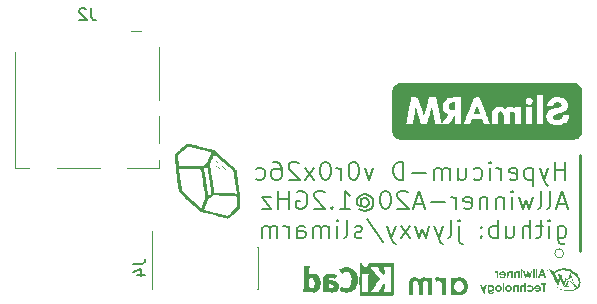
<source format=gbo>
G04 #@! TF.GenerationSoftware,KiCad,Pcbnew,7.0.5-0*
G04 #@! TF.CreationDate,2023-06-20T23:32:33+08:00*
G04 #@! TF.ProjectId,slimarm_hypericum,736c696d-6172-46d5-9f68-797065726963,rev?*
G04 #@! TF.SameCoordinates,Original*
G04 #@! TF.FileFunction,Legend,Bot*
G04 #@! TF.FilePolarity,Positive*
%FSLAX46Y46*%
G04 Gerber Fmt 4.6, Leading zero omitted, Abs format (unit mm)*
G04 Created by KiCad (PCBNEW 7.0.5-0) date 2023-06-20 23:32:33*
%MOMM*%
%LPD*%
G01*
G04 APERTURE LIST*
%ADD10C,0.203200*%
%ADD11C,0.254000*%
%ADD12C,0.150000*%
%ADD13C,0.120000*%
G04 APERTURE END LIST*
D10*
X70753458Y-95406004D02*
X70753458Y-93882004D01*
X70753458Y-94607718D02*
X69882601Y-94607718D01*
X69882601Y-95406004D02*
X69882601Y-93882004D01*
X69302030Y-94390004D02*
X68939173Y-95406004D01*
X68576316Y-94390004D02*
X68939173Y-95406004D01*
X68939173Y-95406004D02*
X69084316Y-95768861D01*
X69084316Y-95768861D02*
X69156887Y-95841433D01*
X69156887Y-95841433D02*
X69302030Y-95914004D01*
X67995744Y-94390004D02*
X67995744Y-95914004D01*
X67995744Y-94462575D02*
X67850602Y-94390004D01*
X67850602Y-94390004D02*
X67560316Y-94390004D01*
X67560316Y-94390004D02*
X67415173Y-94462575D01*
X67415173Y-94462575D02*
X67342602Y-94535147D01*
X67342602Y-94535147D02*
X67270030Y-94680290D01*
X67270030Y-94680290D02*
X67270030Y-95115718D01*
X67270030Y-95115718D02*
X67342602Y-95260861D01*
X67342602Y-95260861D02*
X67415173Y-95333433D01*
X67415173Y-95333433D02*
X67560316Y-95406004D01*
X67560316Y-95406004D02*
X67850602Y-95406004D01*
X67850602Y-95406004D02*
X67995744Y-95333433D01*
X66036316Y-95333433D02*
X66181459Y-95406004D01*
X66181459Y-95406004D02*
X66471745Y-95406004D01*
X66471745Y-95406004D02*
X66616887Y-95333433D01*
X66616887Y-95333433D02*
X66689459Y-95188290D01*
X66689459Y-95188290D02*
X66689459Y-94607718D01*
X66689459Y-94607718D02*
X66616887Y-94462575D01*
X66616887Y-94462575D02*
X66471745Y-94390004D01*
X66471745Y-94390004D02*
X66181459Y-94390004D01*
X66181459Y-94390004D02*
X66036316Y-94462575D01*
X66036316Y-94462575D02*
X65963745Y-94607718D01*
X65963745Y-94607718D02*
X65963745Y-94752861D01*
X65963745Y-94752861D02*
X66689459Y-94898004D01*
X65310601Y-95406004D02*
X65310601Y-94390004D01*
X65310601Y-94680290D02*
X65238030Y-94535147D01*
X65238030Y-94535147D02*
X65165459Y-94462575D01*
X65165459Y-94462575D02*
X65020316Y-94390004D01*
X65020316Y-94390004D02*
X64875173Y-94390004D01*
X64367172Y-95406004D02*
X64367172Y-94390004D01*
X64367172Y-93882004D02*
X64439744Y-93954575D01*
X64439744Y-93954575D02*
X64367172Y-94027147D01*
X64367172Y-94027147D02*
X64294601Y-93954575D01*
X64294601Y-93954575D02*
X64367172Y-93882004D01*
X64367172Y-93882004D02*
X64367172Y-94027147D01*
X62988316Y-95333433D02*
X63133458Y-95406004D01*
X63133458Y-95406004D02*
X63423744Y-95406004D01*
X63423744Y-95406004D02*
X63568887Y-95333433D01*
X63568887Y-95333433D02*
X63641458Y-95260861D01*
X63641458Y-95260861D02*
X63714030Y-95115718D01*
X63714030Y-95115718D02*
X63714030Y-94680290D01*
X63714030Y-94680290D02*
X63641458Y-94535147D01*
X63641458Y-94535147D02*
X63568887Y-94462575D01*
X63568887Y-94462575D02*
X63423744Y-94390004D01*
X63423744Y-94390004D02*
X63133458Y-94390004D01*
X63133458Y-94390004D02*
X62988316Y-94462575D01*
X61682030Y-94390004D02*
X61682030Y-95406004D01*
X62335172Y-94390004D02*
X62335172Y-95188290D01*
X62335172Y-95188290D02*
X62262601Y-95333433D01*
X62262601Y-95333433D02*
X62117458Y-95406004D01*
X62117458Y-95406004D02*
X61899744Y-95406004D01*
X61899744Y-95406004D02*
X61754601Y-95333433D01*
X61754601Y-95333433D02*
X61682030Y-95260861D01*
X60956315Y-95406004D02*
X60956315Y-94390004D01*
X60956315Y-94535147D02*
X60883744Y-94462575D01*
X60883744Y-94462575D02*
X60738601Y-94390004D01*
X60738601Y-94390004D02*
X60520887Y-94390004D01*
X60520887Y-94390004D02*
X60375744Y-94462575D01*
X60375744Y-94462575D02*
X60303173Y-94607718D01*
X60303173Y-94607718D02*
X60303173Y-95406004D01*
X60303173Y-94607718D02*
X60230601Y-94462575D01*
X60230601Y-94462575D02*
X60085458Y-94390004D01*
X60085458Y-94390004D02*
X59867744Y-94390004D01*
X59867744Y-94390004D02*
X59722601Y-94462575D01*
X59722601Y-94462575D02*
X59650030Y-94607718D01*
X59650030Y-94607718D02*
X59650030Y-95406004D01*
X58924315Y-94825433D02*
X57763173Y-94825433D01*
X57037458Y-95406004D02*
X57037458Y-93882004D01*
X57037458Y-93882004D02*
X56674601Y-93882004D01*
X56674601Y-93882004D02*
X56456887Y-93954575D01*
X56456887Y-93954575D02*
X56311744Y-94099718D01*
X56311744Y-94099718D02*
X56239173Y-94244861D01*
X56239173Y-94244861D02*
X56166601Y-94535147D01*
X56166601Y-94535147D02*
X56166601Y-94752861D01*
X56166601Y-94752861D02*
X56239173Y-95043147D01*
X56239173Y-95043147D02*
X56311744Y-95188290D01*
X56311744Y-95188290D02*
X56456887Y-95333433D01*
X56456887Y-95333433D02*
X56674601Y-95406004D01*
X56674601Y-95406004D02*
X57037458Y-95406004D01*
X54497458Y-94390004D02*
X54134601Y-95406004D01*
X54134601Y-95406004D02*
X53771744Y-94390004D01*
X52900887Y-93882004D02*
X52755744Y-93882004D01*
X52755744Y-93882004D02*
X52610601Y-93954575D01*
X52610601Y-93954575D02*
X52538030Y-94027147D01*
X52538030Y-94027147D02*
X52465458Y-94172290D01*
X52465458Y-94172290D02*
X52392887Y-94462575D01*
X52392887Y-94462575D02*
X52392887Y-94825433D01*
X52392887Y-94825433D02*
X52465458Y-95115718D01*
X52465458Y-95115718D02*
X52538030Y-95260861D01*
X52538030Y-95260861D02*
X52610601Y-95333433D01*
X52610601Y-95333433D02*
X52755744Y-95406004D01*
X52755744Y-95406004D02*
X52900887Y-95406004D01*
X52900887Y-95406004D02*
X53046030Y-95333433D01*
X53046030Y-95333433D02*
X53118601Y-95260861D01*
X53118601Y-95260861D02*
X53191172Y-95115718D01*
X53191172Y-95115718D02*
X53263744Y-94825433D01*
X53263744Y-94825433D02*
X53263744Y-94462575D01*
X53263744Y-94462575D02*
X53191172Y-94172290D01*
X53191172Y-94172290D02*
X53118601Y-94027147D01*
X53118601Y-94027147D02*
X53046030Y-93954575D01*
X53046030Y-93954575D02*
X52900887Y-93882004D01*
X51739743Y-95406004D02*
X51739743Y-94390004D01*
X51739743Y-94680290D02*
X51667172Y-94535147D01*
X51667172Y-94535147D02*
X51594601Y-94462575D01*
X51594601Y-94462575D02*
X51449458Y-94390004D01*
X51449458Y-94390004D02*
X51304315Y-94390004D01*
X50506029Y-93882004D02*
X50360886Y-93882004D01*
X50360886Y-93882004D02*
X50215743Y-93954575D01*
X50215743Y-93954575D02*
X50143172Y-94027147D01*
X50143172Y-94027147D02*
X50070600Y-94172290D01*
X50070600Y-94172290D02*
X49998029Y-94462575D01*
X49998029Y-94462575D02*
X49998029Y-94825433D01*
X49998029Y-94825433D02*
X50070600Y-95115718D01*
X50070600Y-95115718D02*
X50143172Y-95260861D01*
X50143172Y-95260861D02*
X50215743Y-95333433D01*
X50215743Y-95333433D02*
X50360886Y-95406004D01*
X50360886Y-95406004D02*
X50506029Y-95406004D01*
X50506029Y-95406004D02*
X50651172Y-95333433D01*
X50651172Y-95333433D02*
X50723743Y-95260861D01*
X50723743Y-95260861D02*
X50796314Y-95115718D01*
X50796314Y-95115718D02*
X50868886Y-94825433D01*
X50868886Y-94825433D02*
X50868886Y-94462575D01*
X50868886Y-94462575D02*
X50796314Y-94172290D01*
X50796314Y-94172290D02*
X50723743Y-94027147D01*
X50723743Y-94027147D02*
X50651172Y-93954575D01*
X50651172Y-93954575D02*
X50506029Y-93882004D01*
X49490028Y-95406004D02*
X48691743Y-94390004D01*
X49490028Y-94390004D02*
X48691743Y-95406004D01*
X48183743Y-94027147D02*
X48111171Y-93954575D01*
X48111171Y-93954575D02*
X47966029Y-93882004D01*
X47966029Y-93882004D02*
X47603171Y-93882004D01*
X47603171Y-93882004D02*
X47458029Y-93954575D01*
X47458029Y-93954575D02*
X47385457Y-94027147D01*
X47385457Y-94027147D02*
X47312886Y-94172290D01*
X47312886Y-94172290D02*
X47312886Y-94317433D01*
X47312886Y-94317433D02*
X47385457Y-94535147D01*
X47385457Y-94535147D02*
X48256314Y-95406004D01*
X48256314Y-95406004D02*
X47312886Y-95406004D01*
X46006600Y-93882004D02*
X46296885Y-93882004D01*
X46296885Y-93882004D02*
X46442028Y-93954575D01*
X46442028Y-93954575D02*
X46514600Y-94027147D01*
X46514600Y-94027147D02*
X46659742Y-94244861D01*
X46659742Y-94244861D02*
X46732314Y-94535147D01*
X46732314Y-94535147D02*
X46732314Y-95115718D01*
X46732314Y-95115718D02*
X46659742Y-95260861D01*
X46659742Y-95260861D02*
X46587171Y-95333433D01*
X46587171Y-95333433D02*
X46442028Y-95406004D01*
X46442028Y-95406004D02*
X46151742Y-95406004D01*
X46151742Y-95406004D02*
X46006600Y-95333433D01*
X46006600Y-95333433D02*
X45934028Y-95260861D01*
X45934028Y-95260861D02*
X45861457Y-95115718D01*
X45861457Y-95115718D02*
X45861457Y-94752861D01*
X45861457Y-94752861D02*
X45934028Y-94607718D01*
X45934028Y-94607718D02*
X46006600Y-94535147D01*
X46006600Y-94535147D02*
X46151742Y-94462575D01*
X46151742Y-94462575D02*
X46442028Y-94462575D01*
X46442028Y-94462575D02*
X46587171Y-94535147D01*
X46587171Y-94535147D02*
X46659742Y-94607718D01*
X46659742Y-94607718D02*
X46732314Y-94752861D01*
X44555171Y-95333433D02*
X44700313Y-95406004D01*
X44700313Y-95406004D02*
X44990599Y-95406004D01*
X44990599Y-95406004D02*
X45135742Y-95333433D01*
X45135742Y-95333433D02*
X45208313Y-95260861D01*
X45208313Y-95260861D02*
X45280885Y-95115718D01*
X45280885Y-95115718D02*
X45280885Y-94680290D01*
X45280885Y-94680290D02*
X45208313Y-94535147D01*
X45208313Y-94535147D02*
X45135742Y-94462575D01*
X45135742Y-94462575D02*
X44990599Y-94390004D01*
X44990599Y-94390004D02*
X44700313Y-94390004D01*
X44700313Y-94390004D02*
X44555171Y-94462575D01*
X70826030Y-97424215D02*
X70100316Y-97424215D01*
X70971173Y-97859644D02*
X70463173Y-96335644D01*
X70463173Y-96335644D02*
X69955173Y-97859644D01*
X69229458Y-97859644D02*
X69374601Y-97787073D01*
X69374601Y-97787073D02*
X69447172Y-97641930D01*
X69447172Y-97641930D02*
X69447172Y-96335644D01*
X68431172Y-97859644D02*
X68576315Y-97787073D01*
X68576315Y-97787073D02*
X68648886Y-97641930D01*
X68648886Y-97641930D02*
X68648886Y-96335644D01*
X67995743Y-96843644D02*
X67705458Y-97859644D01*
X67705458Y-97859644D02*
X67415172Y-97133930D01*
X67415172Y-97133930D02*
X67124886Y-97859644D01*
X67124886Y-97859644D02*
X66834600Y-96843644D01*
X66254029Y-97859644D02*
X66254029Y-96843644D01*
X66254029Y-96335644D02*
X66326601Y-96408215D01*
X66326601Y-96408215D02*
X66254029Y-96480787D01*
X66254029Y-96480787D02*
X66181458Y-96408215D01*
X66181458Y-96408215D02*
X66254029Y-96335644D01*
X66254029Y-96335644D02*
X66254029Y-96480787D01*
X65528315Y-96843644D02*
X65528315Y-97859644D01*
X65528315Y-96988787D02*
X65455744Y-96916215D01*
X65455744Y-96916215D02*
X65310601Y-96843644D01*
X65310601Y-96843644D02*
X65092887Y-96843644D01*
X65092887Y-96843644D02*
X64947744Y-96916215D01*
X64947744Y-96916215D02*
X64875173Y-97061358D01*
X64875173Y-97061358D02*
X64875173Y-97859644D01*
X64149458Y-96843644D02*
X64149458Y-97859644D01*
X64149458Y-96988787D02*
X64076887Y-96916215D01*
X64076887Y-96916215D02*
X63931744Y-96843644D01*
X63931744Y-96843644D02*
X63714030Y-96843644D01*
X63714030Y-96843644D02*
X63568887Y-96916215D01*
X63568887Y-96916215D02*
X63496316Y-97061358D01*
X63496316Y-97061358D02*
X63496316Y-97859644D01*
X62190030Y-97787073D02*
X62335173Y-97859644D01*
X62335173Y-97859644D02*
X62625459Y-97859644D01*
X62625459Y-97859644D02*
X62770601Y-97787073D01*
X62770601Y-97787073D02*
X62843173Y-97641930D01*
X62843173Y-97641930D02*
X62843173Y-97061358D01*
X62843173Y-97061358D02*
X62770601Y-96916215D01*
X62770601Y-96916215D02*
X62625459Y-96843644D01*
X62625459Y-96843644D02*
X62335173Y-96843644D01*
X62335173Y-96843644D02*
X62190030Y-96916215D01*
X62190030Y-96916215D02*
X62117459Y-97061358D01*
X62117459Y-97061358D02*
X62117459Y-97206501D01*
X62117459Y-97206501D02*
X62843173Y-97351644D01*
X61464315Y-97859644D02*
X61464315Y-96843644D01*
X61464315Y-97133930D02*
X61391744Y-96988787D01*
X61391744Y-96988787D02*
X61319173Y-96916215D01*
X61319173Y-96916215D02*
X61174030Y-96843644D01*
X61174030Y-96843644D02*
X61028887Y-96843644D01*
X60520886Y-97279073D02*
X59359744Y-97279073D01*
X58706601Y-97424215D02*
X57980887Y-97424215D01*
X58851744Y-97859644D02*
X58343744Y-96335644D01*
X58343744Y-96335644D02*
X57835744Y-97859644D01*
X57400315Y-96480787D02*
X57327743Y-96408215D01*
X57327743Y-96408215D02*
X57182601Y-96335644D01*
X57182601Y-96335644D02*
X56819743Y-96335644D01*
X56819743Y-96335644D02*
X56674601Y-96408215D01*
X56674601Y-96408215D02*
X56602029Y-96480787D01*
X56602029Y-96480787D02*
X56529458Y-96625930D01*
X56529458Y-96625930D02*
X56529458Y-96771073D01*
X56529458Y-96771073D02*
X56602029Y-96988787D01*
X56602029Y-96988787D02*
X57472886Y-97859644D01*
X57472886Y-97859644D02*
X56529458Y-97859644D01*
X55586029Y-96335644D02*
X55440886Y-96335644D01*
X55440886Y-96335644D02*
X55295743Y-96408215D01*
X55295743Y-96408215D02*
X55223172Y-96480787D01*
X55223172Y-96480787D02*
X55150600Y-96625930D01*
X55150600Y-96625930D02*
X55078029Y-96916215D01*
X55078029Y-96916215D02*
X55078029Y-97279073D01*
X55078029Y-97279073D02*
X55150600Y-97569358D01*
X55150600Y-97569358D02*
X55223172Y-97714501D01*
X55223172Y-97714501D02*
X55295743Y-97787073D01*
X55295743Y-97787073D02*
X55440886Y-97859644D01*
X55440886Y-97859644D02*
X55586029Y-97859644D01*
X55586029Y-97859644D02*
X55731172Y-97787073D01*
X55731172Y-97787073D02*
X55803743Y-97714501D01*
X55803743Y-97714501D02*
X55876314Y-97569358D01*
X55876314Y-97569358D02*
X55948886Y-97279073D01*
X55948886Y-97279073D02*
X55948886Y-96916215D01*
X55948886Y-96916215D02*
X55876314Y-96625930D01*
X55876314Y-96625930D02*
X55803743Y-96480787D01*
X55803743Y-96480787D02*
X55731172Y-96408215D01*
X55731172Y-96408215D02*
X55586029Y-96335644D01*
X53481457Y-97133930D02*
X53554028Y-97061358D01*
X53554028Y-97061358D02*
X53699171Y-96988787D01*
X53699171Y-96988787D02*
X53844314Y-96988787D01*
X53844314Y-96988787D02*
X53989457Y-97061358D01*
X53989457Y-97061358D02*
X54062028Y-97133930D01*
X54062028Y-97133930D02*
X54134600Y-97279073D01*
X54134600Y-97279073D02*
X54134600Y-97424215D01*
X54134600Y-97424215D02*
X54062028Y-97569358D01*
X54062028Y-97569358D02*
X53989457Y-97641930D01*
X53989457Y-97641930D02*
X53844314Y-97714501D01*
X53844314Y-97714501D02*
X53699171Y-97714501D01*
X53699171Y-97714501D02*
X53554028Y-97641930D01*
X53554028Y-97641930D02*
X53481457Y-97569358D01*
X53481457Y-96988787D02*
X53481457Y-97569358D01*
X53481457Y-97569358D02*
X53408885Y-97641930D01*
X53408885Y-97641930D02*
X53336314Y-97641930D01*
X53336314Y-97641930D02*
X53191171Y-97569358D01*
X53191171Y-97569358D02*
X53118600Y-97424215D01*
X53118600Y-97424215D02*
X53118600Y-97061358D01*
X53118600Y-97061358D02*
X53263743Y-96843644D01*
X53263743Y-96843644D02*
X53481457Y-96698501D01*
X53481457Y-96698501D02*
X53771743Y-96625930D01*
X53771743Y-96625930D02*
X54062028Y-96698501D01*
X54062028Y-96698501D02*
X54279743Y-96843644D01*
X54279743Y-96843644D02*
X54424885Y-97061358D01*
X54424885Y-97061358D02*
X54497457Y-97351644D01*
X54497457Y-97351644D02*
X54424885Y-97641930D01*
X54424885Y-97641930D02*
X54279743Y-97859644D01*
X54279743Y-97859644D02*
X54062028Y-98004787D01*
X54062028Y-98004787D02*
X53771743Y-98077358D01*
X53771743Y-98077358D02*
X53481457Y-98004787D01*
X53481457Y-98004787D02*
X53263743Y-97859644D01*
X51667171Y-97859644D02*
X52538028Y-97859644D01*
X52102599Y-97859644D02*
X52102599Y-96335644D01*
X52102599Y-96335644D02*
X52247742Y-96553358D01*
X52247742Y-96553358D02*
X52392885Y-96698501D01*
X52392885Y-96698501D02*
X52538028Y-96771073D01*
X51014027Y-97714501D02*
X50941456Y-97787073D01*
X50941456Y-97787073D02*
X51014027Y-97859644D01*
X51014027Y-97859644D02*
X51086599Y-97787073D01*
X51086599Y-97787073D02*
X51014027Y-97714501D01*
X51014027Y-97714501D02*
X51014027Y-97859644D01*
X50360885Y-96480787D02*
X50288313Y-96408215D01*
X50288313Y-96408215D02*
X50143171Y-96335644D01*
X50143171Y-96335644D02*
X49780313Y-96335644D01*
X49780313Y-96335644D02*
X49635171Y-96408215D01*
X49635171Y-96408215D02*
X49562599Y-96480787D01*
X49562599Y-96480787D02*
X49490028Y-96625930D01*
X49490028Y-96625930D02*
X49490028Y-96771073D01*
X49490028Y-96771073D02*
X49562599Y-96988787D01*
X49562599Y-96988787D02*
X50433456Y-97859644D01*
X50433456Y-97859644D02*
X49490028Y-97859644D01*
X48038599Y-96408215D02*
X48183742Y-96335644D01*
X48183742Y-96335644D02*
X48401456Y-96335644D01*
X48401456Y-96335644D02*
X48619170Y-96408215D01*
X48619170Y-96408215D02*
X48764313Y-96553358D01*
X48764313Y-96553358D02*
X48836884Y-96698501D01*
X48836884Y-96698501D02*
X48909456Y-96988787D01*
X48909456Y-96988787D02*
X48909456Y-97206501D01*
X48909456Y-97206501D02*
X48836884Y-97496787D01*
X48836884Y-97496787D02*
X48764313Y-97641930D01*
X48764313Y-97641930D02*
X48619170Y-97787073D01*
X48619170Y-97787073D02*
X48401456Y-97859644D01*
X48401456Y-97859644D02*
X48256313Y-97859644D01*
X48256313Y-97859644D02*
X48038599Y-97787073D01*
X48038599Y-97787073D02*
X47966027Y-97714501D01*
X47966027Y-97714501D02*
X47966027Y-97206501D01*
X47966027Y-97206501D02*
X48256313Y-97206501D01*
X47312884Y-97859644D02*
X47312884Y-96335644D01*
X47312884Y-97061358D02*
X46442027Y-97061358D01*
X46442027Y-97859644D02*
X46442027Y-96335644D01*
X45861456Y-96843644D02*
X45063171Y-96843644D01*
X45063171Y-96843644D02*
X45861456Y-97859644D01*
X45861456Y-97859644D02*
X45063171Y-97859644D01*
X70100316Y-99297284D02*
X70100316Y-100530998D01*
X70100316Y-100530998D02*
X70172887Y-100676141D01*
X70172887Y-100676141D02*
X70245458Y-100748713D01*
X70245458Y-100748713D02*
X70390601Y-100821284D01*
X70390601Y-100821284D02*
X70608316Y-100821284D01*
X70608316Y-100821284D02*
X70753458Y-100748713D01*
X70100316Y-100240713D02*
X70245458Y-100313284D01*
X70245458Y-100313284D02*
X70535744Y-100313284D01*
X70535744Y-100313284D02*
X70680887Y-100240713D01*
X70680887Y-100240713D02*
X70753458Y-100168141D01*
X70753458Y-100168141D02*
X70826030Y-100022998D01*
X70826030Y-100022998D02*
X70826030Y-99587570D01*
X70826030Y-99587570D02*
X70753458Y-99442427D01*
X70753458Y-99442427D02*
X70680887Y-99369855D01*
X70680887Y-99369855D02*
X70535744Y-99297284D01*
X70535744Y-99297284D02*
X70245458Y-99297284D01*
X70245458Y-99297284D02*
X70100316Y-99369855D01*
X69374601Y-100313284D02*
X69374601Y-99297284D01*
X69374601Y-98789284D02*
X69447173Y-98861855D01*
X69447173Y-98861855D02*
X69374601Y-98934427D01*
X69374601Y-98934427D02*
X69302030Y-98861855D01*
X69302030Y-98861855D02*
X69374601Y-98789284D01*
X69374601Y-98789284D02*
X69374601Y-98934427D01*
X68866602Y-99297284D02*
X68286030Y-99297284D01*
X68648887Y-98789284D02*
X68648887Y-100095570D01*
X68648887Y-100095570D02*
X68576316Y-100240713D01*
X68576316Y-100240713D02*
X68431173Y-100313284D01*
X68431173Y-100313284D02*
X68286030Y-100313284D01*
X67778030Y-100313284D02*
X67778030Y-98789284D01*
X67124888Y-100313284D02*
X67124888Y-99514998D01*
X67124888Y-99514998D02*
X67197459Y-99369855D01*
X67197459Y-99369855D02*
X67342602Y-99297284D01*
X67342602Y-99297284D02*
X67560316Y-99297284D01*
X67560316Y-99297284D02*
X67705459Y-99369855D01*
X67705459Y-99369855D02*
X67778030Y-99442427D01*
X65746031Y-99297284D02*
X65746031Y-100313284D01*
X66399173Y-99297284D02*
X66399173Y-100095570D01*
X66399173Y-100095570D02*
X66326602Y-100240713D01*
X66326602Y-100240713D02*
X66181459Y-100313284D01*
X66181459Y-100313284D02*
X65963745Y-100313284D01*
X65963745Y-100313284D02*
X65818602Y-100240713D01*
X65818602Y-100240713D02*
X65746031Y-100168141D01*
X65020316Y-100313284D02*
X65020316Y-98789284D01*
X65020316Y-99369855D02*
X64875174Y-99297284D01*
X64875174Y-99297284D02*
X64584888Y-99297284D01*
X64584888Y-99297284D02*
X64439745Y-99369855D01*
X64439745Y-99369855D02*
X64367174Y-99442427D01*
X64367174Y-99442427D02*
X64294602Y-99587570D01*
X64294602Y-99587570D02*
X64294602Y-100022998D01*
X64294602Y-100022998D02*
X64367174Y-100168141D01*
X64367174Y-100168141D02*
X64439745Y-100240713D01*
X64439745Y-100240713D02*
X64584888Y-100313284D01*
X64584888Y-100313284D02*
X64875174Y-100313284D01*
X64875174Y-100313284D02*
X65020316Y-100240713D01*
X63641459Y-100168141D02*
X63568888Y-100240713D01*
X63568888Y-100240713D02*
X63641459Y-100313284D01*
X63641459Y-100313284D02*
X63714031Y-100240713D01*
X63714031Y-100240713D02*
X63641459Y-100168141D01*
X63641459Y-100168141D02*
X63641459Y-100313284D01*
X63641459Y-99369855D02*
X63568888Y-99442427D01*
X63568888Y-99442427D02*
X63641459Y-99514998D01*
X63641459Y-99514998D02*
X63714031Y-99442427D01*
X63714031Y-99442427D02*
X63641459Y-99369855D01*
X63641459Y-99369855D02*
X63641459Y-99514998D01*
X61754602Y-99297284D02*
X61754602Y-100603570D01*
X61754602Y-100603570D02*
X61827174Y-100748713D01*
X61827174Y-100748713D02*
X61972317Y-100821284D01*
X61972317Y-100821284D02*
X62044888Y-100821284D01*
X61754602Y-98789284D02*
X61827174Y-98861855D01*
X61827174Y-98861855D02*
X61754602Y-98934427D01*
X61754602Y-98934427D02*
X61682031Y-98861855D01*
X61682031Y-98861855D02*
X61754602Y-98789284D01*
X61754602Y-98789284D02*
X61754602Y-98934427D01*
X60811174Y-100313284D02*
X60956317Y-100240713D01*
X60956317Y-100240713D02*
X61028888Y-100095570D01*
X61028888Y-100095570D02*
X61028888Y-98789284D01*
X60375745Y-99297284D02*
X60012888Y-100313284D01*
X59650031Y-99297284D02*
X60012888Y-100313284D01*
X60012888Y-100313284D02*
X60158031Y-100676141D01*
X60158031Y-100676141D02*
X60230602Y-100748713D01*
X60230602Y-100748713D02*
X60375745Y-100821284D01*
X59214602Y-99297284D02*
X58924317Y-100313284D01*
X58924317Y-100313284D02*
X58634031Y-99587570D01*
X58634031Y-99587570D02*
X58343745Y-100313284D01*
X58343745Y-100313284D02*
X58053459Y-99297284D01*
X57618031Y-100313284D02*
X56819746Y-99297284D01*
X57618031Y-99297284D02*
X56819746Y-100313284D01*
X56384317Y-99297284D02*
X56021460Y-100313284D01*
X55658603Y-99297284D02*
X56021460Y-100313284D01*
X56021460Y-100313284D02*
X56166603Y-100676141D01*
X56166603Y-100676141D02*
X56239174Y-100748713D01*
X56239174Y-100748713D02*
X56384317Y-100821284D01*
X53989460Y-98716713D02*
X55295746Y-100676141D01*
X53554032Y-100240713D02*
X53408889Y-100313284D01*
X53408889Y-100313284D02*
X53118603Y-100313284D01*
X53118603Y-100313284D02*
X52973460Y-100240713D01*
X52973460Y-100240713D02*
X52900889Y-100095570D01*
X52900889Y-100095570D02*
X52900889Y-100022998D01*
X52900889Y-100022998D02*
X52973460Y-99877855D01*
X52973460Y-99877855D02*
X53118603Y-99805284D01*
X53118603Y-99805284D02*
X53336318Y-99805284D01*
X53336318Y-99805284D02*
X53481460Y-99732713D01*
X53481460Y-99732713D02*
X53554032Y-99587570D01*
X53554032Y-99587570D02*
X53554032Y-99514998D01*
X53554032Y-99514998D02*
X53481460Y-99369855D01*
X53481460Y-99369855D02*
X53336318Y-99297284D01*
X53336318Y-99297284D02*
X53118603Y-99297284D01*
X53118603Y-99297284D02*
X52973460Y-99369855D01*
X52030032Y-100313284D02*
X52175175Y-100240713D01*
X52175175Y-100240713D02*
X52247746Y-100095570D01*
X52247746Y-100095570D02*
X52247746Y-98789284D01*
X51449460Y-100313284D02*
X51449460Y-99297284D01*
X51449460Y-98789284D02*
X51522032Y-98861855D01*
X51522032Y-98861855D02*
X51449460Y-98934427D01*
X51449460Y-98934427D02*
X51376889Y-98861855D01*
X51376889Y-98861855D02*
X51449460Y-98789284D01*
X51449460Y-98789284D02*
X51449460Y-98934427D01*
X50723746Y-100313284D02*
X50723746Y-99297284D01*
X50723746Y-99442427D02*
X50651175Y-99369855D01*
X50651175Y-99369855D02*
X50506032Y-99297284D01*
X50506032Y-99297284D02*
X50288318Y-99297284D01*
X50288318Y-99297284D02*
X50143175Y-99369855D01*
X50143175Y-99369855D02*
X50070604Y-99514998D01*
X50070604Y-99514998D02*
X50070604Y-100313284D01*
X50070604Y-99514998D02*
X49998032Y-99369855D01*
X49998032Y-99369855D02*
X49852889Y-99297284D01*
X49852889Y-99297284D02*
X49635175Y-99297284D01*
X49635175Y-99297284D02*
X49490032Y-99369855D01*
X49490032Y-99369855D02*
X49417461Y-99514998D01*
X49417461Y-99514998D02*
X49417461Y-100313284D01*
X48038604Y-100313284D02*
X48038604Y-99514998D01*
X48038604Y-99514998D02*
X48111175Y-99369855D01*
X48111175Y-99369855D02*
X48256318Y-99297284D01*
X48256318Y-99297284D02*
X48546604Y-99297284D01*
X48546604Y-99297284D02*
X48691746Y-99369855D01*
X48038604Y-100240713D02*
X48183746Y-100313284D01*
X48183746Y-100313284D02*
X48546604Y-100313284D01*
X48546604Y-100313284D02*
X48691746Y-100240713D01*
X48691746Y-100240713D02*
X48764318Y-100095570D01*
X48764318Y-100095570D02*
X48764318Y-99950427D01*
X48764318Y-99950427D02*
X48691746Y-99805284D01*
X48691746Y-99805284D02*
X48546604Y-99732713D01*
X48546604Y-99732713D02*
X48183746Y-99732713D01*
X48183746Y-99732713D02*
X48038604Y-99660141D01*
X47312889Y-100313284D02*
X47312889Y-99297284D01*
X47312889Y-99587570D02*
X47240318Y-99442427D01*
X47240318Y-99442427D02*
X47167747Y-99369855D01*
X47167747Y-99369855D02*
X47022604Y-99297284D01*
X47022604Y-99297284D02*
X46877461Y-99297284D01*
X46369460Y-100313284D02*
X46369460Y-99297284D01*
X46369460Y-99442427D02*
X46296889Y-99369855D01*
X46296889Y-99369855D02*
X46151746Y-99297284D01*
X46151746Y-99297284D02*
X45934032Y-99297284D01*
X45934032Y-99297284D02*
X45788889Y-99369855D01*
X45788889Y-99369855D02*
X45716318Y-99514998D01*
X45716318Y-99514998D02*
X45716318Y-100313284D01*
X45716318Y-99514998D02*
X45643746Y-99369855D01*
X45643746Y-99369855D02*
X45498603Y-99297284D01*
X45498603Y-99297284D02*
X45280889Y-99297284D01*
X45280889Y-99297284D02*
X45135746Y-99369855D01*
X45135746Y-99369855D02*
X45063175Y-99514998D01*
X45063175Y-99514998D02*
X45063175Y-100313284D01*
D11*
X72000000Y-93335000D02*
X72000000Y-101445000D01*
D12*
G04 #@! TO.C,J4*
X34169819Y-102526666D02*
X34884104Y-102526666D01*
X34884104Y-102526666D02*
X35026961Y-102479047D01*
X35026961Y-102479047D02*
X35122200Y-102383809D01*
X35122200Y-102383809D02*
X35169819Y-102240952D01*
X35169819Y-102240952D02*
X35169819Y-102145714D01*
X34503152Y-103431428D02*
X35169819Y-103431428D01*
X34122200Y-103193333D02*
X34836485Y-102955238D01*
X34836485Y-102955238D02*
X34836485Y-103574285D01*
G04 #@! TO.C,J2*
X30588333Y-80894819D02*
X30588333Y-81609104D01*
X30588333Y-81609104D02*
X30635952Y-81751961D01*
X30635952Y-81751961D02*
X30731190Y-81847200D01*
X30731190Y-81847200D02*
X30874047Y-81894819D01*
X30874047Y-81894819D02*
X30969285Y-81894819D01*
X30159761Y-80990057D02*
X30112142Y-80942438D01*
X30112142Y-80942438D02*
X30016904Y-80894819D01*
X30016904Y-80894819D02*
X29778809Y-80894819D01*
X29778809Y-80894819D02*
X29683571Y-80942438D01*
X29683571Y-80942438D02*
X29635952Y-80990057D01*
X29635952Y-80990057D02*
X29588333Y-81085295D01*
X29588333Y-81085295D02*
X29588333Y-81180533D01*
X29588333Y-81180533D02*
X29635952Y-81323390D01*
X29635952Y-81323390D02*
X30207380Y-81894819D01*
X30207380Y-81894819D02*
X29588333Y-81894819D01*
D13*
G04 #@! TO.C,J4*
X35715000Y-101095000D02*
X35780000Y-101095000D01*
X44660000Y-104625000D02*
X44725000Y-104625000D01*
X35780000Y-99770000D02*
X35780000Y-101095000D01*
X35715000Y-104625000D02*
X35780000Y-104625000D01*
X35715000Y-101095000D02*
X35715000Y-104625000D01*
X44660000Y-101095000D02*
X44725000Y-101095000D01*
X44725000Y-101095000D02*
X44725000Y-104625000D01*
G04 #@! TO.C,J5*
X70610000Y-101640000D02*
G75*
G03*
X70610000Y-101640000I-381000J0D01*
G01*
G04 #@! TO.C,J2*
X36325000Y-94440000D02*
X33645000Y-94440000D01*
X36325000Y-93720000D02*
X36325000Y-94440000D01*
X36325000Y-90020000D02*
X36325000Y-92320000D01*
X36325000Y-84170000D02*
X36325000Y-88620000D01*
X34845000Y-82800000D02*
X33985000Y-82800000D01*
X31345000Y-94440000D02*
X27675000Y-94440000D01*
X25375000Y-94440000D02*
X24145000Y-94440000D01*
X24145000Y-94440000D02*
X24145000Y-84620000D01*
G04 #@! TO.C,G\u002A\u002A\u002A*
G36*
X52496838Y-102839506D02*
G01*
X52679655Y-102923910D01*
X52848176Y-103053293D01*
X52872948Y-103077428D01*
X53006856Y-103242083D01*
X53100918Y-103428436D01*
X53156414Y-103639730D01*
X53174628Y-103879210D01*
X53155860Y-104117318D01*
X53097610Y-104339541D01*
X53000617Y-104535846D01*
X52865640Y-104704208D01*
X52814030Y-104753688D01*
X52714732Y-104831750D01*
X52609011Y-104886325D01*
X52476185Y-104929370D01*
X52436317Y-104939126D01*
X52229682Y-104961545D01*
X52018851Y-104941180D01*
X51813919Y-104879812D01*
X51624984Y-104779222D01*
X51618831Y-104774695D01*
X51607358Y-104758084D01*
X51609900Y-104731816D01*
X51629587Y-104688371D01*
X51669549Y-104620225D01*
X51732918Y-104519857D01*
X51813212Y-104394337D01*
X51914740Y-104465900D01*
X51916040Y-104466813D01*
X52047393Y-104533453D01*
X52181162Y-104556120D01*
X52309787Y-104537185D01*
X52425708Y-104479017D01*
X52521365Y-104383987D01*
X52589199Y-104254465D01*
X52611186Y-104180753D01*
X52639000Y-104010223D01*
X52642610Y-103829909D01*
X52623068Y-103653109D01*
X52581425Y-103493119D01*
X52518732Y-103363236D01*
X52480323Y-103315380D01*
X52381869Y-103243287D01*
X52264582Y-103204269D01*
X52140056Y-103199575D01*
X52019883Y-103230458D01*
X51915656Y-103298167D01*
X51863363Y-103347149D01*
X51784236Y-103234896D01*
X51752919Y-103190002D01*
X51700750Y-103113471D01*
X51661709Y-103054107D01*
X51618310Y-102985571D01*
X51739733Y-102924041D01*
X51889652Y-102859319D01*
X52099133Y-102806895D01*
X52302430Y-102800396D01*
X52496838Y-102839506D01*
G37*
G36*
X51572376Y-104579260D02*
G01*
X51520904Y-104706159D01*
X51448834Y-104805182D01*
X51354326Y-104879898D01*
X51227716Y-104933112D01*
X51174675Y-104947107D01*
X51023564Y-104960051D01*
X50880817Y-104934663D01*
X50758389Y-104872486D01*
X50724015Y-104847760D01*
X50685354Y-104827130D01*
X50669042Y-104838457D01*
X50665691Y-104882784D01*
X50665691Y-104942521D01*
X50412241Y-104942521D01*
X50388078Y-104942507D01*
X50283917Y-104941613D01*
X50218508Y-104938350D01*
X50184229Y-104931354D01*
X50173459Y-104919260D01*
X50178579Y-104900705D01*
X50182125Y-104885504D01*
X50188570Y-104825847D01*
X50195164Y-104729936D01*
X50201507Y-104605039D01*
X50207198Y-104458426D01*
X50211837Y-104297366D01*
X50213163Y-104243833D01*
X50713481Y-104243833D01*
X50713847Y-104372151D01*
X50716134Y-104449240D01*
X50727591Y-104510480D01*
X50754095Y-104549591D01*
X50801515Y-104580524D01*
X50876894Y-104606474D01*
X50966542Y-104606347D01*
X51044257Y-104576235D01*
X51098990Y-104520849D01*
X51119690Y-104444899D01*
X51111880Y-104393380D01*
X51065399Y-104324103D01*
X50979393Y-104277060D01*
X50856521Y-104254179D01*
X50713481Y-104243833D01*
X50213163Y-104243833D01*
X50213555Y-104227988D01*
X50219113Y-104044955D01*
X50226112Y-103901197D01*
X50235833Y-103790299D01*
X50249554Y-103705845D01*
X50268555Y-103641418D01*
X50294117Y-103590602D01*
X50327518Y-103546980D01*
X50370039Y-103504137D01*
X50394315Y-103482670D01*
X50505276Y-103413413D01*
X50639989Y-103373364D01*
X50807452Y-103359549D01*
X50836776Y-103359870D01*
X50937524Y-103366725D01*
X51051158Y-103380700D01*
X51165574Y-103399626D01*
X51268664Y-103421333D01*
X51348323Y-103443651D01*
X51392445Y-103464410D01*
X51395679Y-103491571D01*
X51380755Y-103552635D01*
X51349155Y-103636569D01*
X51284002Y-103789866D01*
X51165748Y-103744933D01*
X51142242Y-103736623D01*
X51036926Y-103711257D01*
X50931020Y-103701286D01*
X50839588Y-103707295D01*
X50777697Y-103729868D01*
X50777032Y-103730367D01*
X50742256Y-103774356D01*
X50715061Y-103837394D01*
X50692922Y-103915052D01*
X50804754Y-103915232D01*
X50953202Y-103922751D01*
X51140416Y-103955632D01*
X51302140Y-104012392D01*
X51431925Y-104090586D01*
X51523323Y-104187768D01*
X51524464Y-104189505D01*
X51574226Y-104305954D01*
X51590173Y-104440865D01*
X51589654Y-104444899D01*
X51572376Y-104579260D01*
G37*
G36*
X50027464Y-104271179D02*
G01*
X50010764Y-104430256D01*
X49976536Y-104560981D01*
X49925864Y-104661642D01*
X49835354Y-104779011D01*
X49726751Y-104873079D01*
X49611930Y-104931768D01*
X49572018Y-104942671D01*
X49425707Y-104955825D01*
X49275968Y-104934517D01*
X49143090Y-104880947D01*
X49040856Y-104821033D01*
X49040856Y-104881777D01*
X49040856Y-104942521D01*
X48793945Y-104942521D01*
X48718409Y-104941914D01*
X48626977Y-104939278D01*
X48562030Y-104935033D01*
X48534218Y-104929705D01*
X48532286Y-104925298D01*
X48535902Y-104887423D01*
X48553081Y-104828153D01*
X48554423Y-104824148D01*
X48562429Y-104787004D01*
X48569046Y-104728520D01*
X48574385Y-104644918D01*
X48578557Y-104532421D01*
X48581674Y-104387251D01*
X48583848Y-104205630D01*
X48584227Y-104142855D01*
X49064751Y-104142855D01*
X49064783Y-104205604D01*
X49065518Y-104322566D01*
X49068157Y-104403257D01*
X49073911Y-104455756D01*
X49083990Y-104488144D01*
X49099603Y-104508501D01*
X49121960Y-104524906D01*
X49134545Y-104532565D01*
X49221616Y-104565016D01*
X49314787Y-104573928D01*
X49391922Y-104556693D01*
X49434024Y-104520946D01*
X49476855Y-104441642D01*
X49505154Y-104335506D01*
X49518579Y-104213260D01*
X49516788Y-104085629D01*
X49499442Y-103963336D01*
X49466198Y-103857104D01*
X49416715Y-103777657D01*
X49369778Y-103745268D01*
X49286161Y-103724483D01*
X49195648Y-103729395D01*
X49117857Y-103761091D01*
X49111874Y-103765381D01*
X49092788Y-103782944D01*
X49079695Y-103807866D01*
X49071470Y-103848232D01*
X49066987Y-103912128D01*
X49065122Y-104007641D01*
X49064751Y-104142855D01*
X48584227Y-104142855D01*
X48585189Y-103983779D01*
X48585809Y-103717921D01*
X48586858Y-102696425D01*
X48864572Y-102696425D01*
X48922318Y-102696504D01*
X49021479Y-102697649D01*
X49082850Y-102701044D01*
X49113357Y-102707805D01*
X49119928Y-102719049D01*
X49109492Y-102735892D01*
X49104052Y-102747189D01*
X49093138Y-102798528D01*
X49083389Y-102879166D01*
X49075192Y-102979491D01*
X49068937Y-103089890D01*
X49065011Y-103200751D01*
X49063803Y-103302462D01*
X49065702Y-103385412D01*
X49071096Y-103439988D01*
X49080372Y-103456577D01*
X49207839Y-103402828D01*
X49382336Y-103362091D01*
X49541465Y-103365051D01*
X49682812Y-103410793D01*
X49803963Y-103498404D01*
X49902505Y-103626971D01*
X49976023Y-103795578D01*
X50008323Y-103932377D01*
X50026647Y-104099851D01*
X50027188Y-104213260D01*
X50027464Y-104271179D01*
G37*
G36*
X56202536Y-104990967D02*
G01*
X56199747Y-105071649D01*
X56195966Y-105130608D01*
X56191103Y-105171547D01*
X56185065Y-105198170D01*
X56177761Y-105214181D01*
X56169100Y-105223283D01*
X56167074Y-105224310D01*
X56128102Y-105230320D01*
X56047433Y-105235702D01*
X55930309Y-105240444D01*
X55781974Y-105244539D01*
X55607671Y-105247975D01*
X55412643Y-105250744D01*
X55202132Y-105252836D01*
X54981383Y-105254241D01*
X54755637Y-105254950D01*
X54530139Y-105254953D01*
X54310131Y-105254241D01*
X54100856Y-105252804D01*
X53907557Y-105250632D01*
X53735478Y-105247715D01*
X53589861Y-105244045D01*
X53475949Y-105239612D01*
X53398986Y-105234405D01*
X53364215Y-105228416D01*
X53358106Y-105224746D01*
X53349151Y-105215931D01*
X53341638Y-105200509D01*
X53335440Y-105174736D01*
X53330431Y-105134868D01*
X53326484Y-105077161D01*
X53323474Y-104997872D01*
X53321702Y-104913625D01*
X53519714Y-104913625D01*
X53524216Y-104926812D01*
X53548204Y-104935251D01*
X53598754Y-104939986D01*
X53682939Y-104942061D01*
X53807836Y-104942521D01*
X54222297Y-104942521D01*
X54582564Y-104942521D01*
X54942832Y-104942521D01*
X54942832Y-104881214D01*
X54944490Y-104849425D01*
X54952332Y-104814720D01*
X54970096Y-104773548D01*
X55001515Y-104719540D01*
X55050319Y-104646330D01*
X55120240Y-104547552D01*
X55215010Y-104416839D01*
X55432672Y-104118156D01*
X55440499Y-104213735D01*
X55441265Y-104224294D01*
X55443677Y-104306197D01*
X55442850Y-104412489D01*
X55439337Y-104531142D01*
X55433691Y-104650126D01*
X55426465Y-104757409D01*
X55418211Y-104840963D01*
X55409482Y-104888758D01*
X55391256Y-104942521D01*
X55707230Y-104942521D01*
X55816907Y-104942237D01*
X55910173Y-104940597D01*
X55968426Y-104936610D01*
X55998627Y-104929288D01*
X56007740Y-104917649D01*
X56002726Y-104900705D01*
X56000885Y-104893793D01*
X55996249Y-104844555D01*
X55992292Y-104755999D01*
X55989015Y-104634348D01*
X55986418Y-104485823D01*
X55984501Y-104316645D01*
X55983264Y-104133036D01*
X55982707Y-103941218D01*
X55982830Y-103747411D01*
X55983632Y-103557839D01*
X55985115Y-103378721D01*
X55987277Y-103216280D01*
X55990119Y-103076737D01*
X55993642Y-102966314D01*
X55997844Y-102891233D01*
X56002726Y-102857714D01*
X56007711Y-102842210D01*
X56000251Y-102830205D01*
X55972569Y-102822521D01*
X55917776Y-102818209D01*
X55828980Y-102816318D01*
X55699288Y-102815898D01*
X55375374Y-102815898D01*
X55410703Y-102900454D01*
X55426949Y-102955659D01*
X55436751Y-103032978D01*
X55440675Y-103140789D01*
X55439352Y-103287630D01*
X55432672Y-103590249D01*
X55214872Y-103316573D01*
X55195462Y-103292120D01*
X55088137Y-103153521D01*
X55009737Y-103044872D01*
X54957349Y-102961602D01*
X54928054Y-102899144D01*
X54918937Y-102852927D01*
X54917768Y-102845394D01*
X54904860Y-102832720D01*
X54872035Y-102824204D01*
X54812329Y-102819076D01*
X54718776Y-102816564D01*
X54584412Y-102815898D01*
X54540995Y-102816006D01*
X54426459Y-102817418D01*
X54334063Y-102820212D01*
X54272356Y-102824062D01*
X54249887Y-102828642D01*
X54253503Y-102836108D01*
X54281300Y-102870393D01*
X54327545Y-102919331D01*
X54337039Y-102929256D01*
X54383617Y-102981747D01*
X54452473Y-103062586D01*
X54537940Y-103165000D01*
X54634349Y-103282216D01*
X54736033Y-103407461D01*
X55066863Y-103817647D01*
X54749753Y-104254637D01*
X54716814Y-104299927D01*
X54618256Y-104434307D01*
X54524200Y-104560993D01*
X54440488Y-104672204D01*
X54372964Y-104760158D01*
X54327470Y-104817074D01*
X54242915Y-104917928D01*
X54222297Y-104942521D01*
X53807836Y-104942521D01*
X53901600Y-104942311D01*
X53996665Y-104940803D01*
X54056079Y-104936932D01*
X54086915Y-104929655D01*
X54096249Y-104917928D01*
X54091155Y-104900705D01*
X54086152Y-104878619D01*
X54079850Y-104811959D01*
X54074499Y-104710578D01*
X54070142Y-104581976D01*
X54066822Y-104433651D01*
X54064582Y-104273102D01*
X54063465Y-104107828D01*
X54063514Y-103945329D01*
X54064773Y-103793102D01*
X54067284Y-103658648D01*
X54071090Y-103549465D01*
X54076234Y-103473052D01*
X54082759Y-103436908D01*
X54090056Y-103421693D01*
X54090274Y-103406321D01*
X54072075Y-103396804D01*
X54028117Y-103391740D01*
X53951056Y-103389729D01*
X53833550Y-103389370D01*
X53558899Y-103389370D01*
X53551947Y-104124130D01*
X53551128Y-104199572D01*
X53548310Y-104378932D01*
X53544552Y-104541576D01*
X53540074Y-104681290D01*
X53535097Y-104791860D01*
X53529838Y-104867070D01*
X53524518Y-104900705D01*
X53519714Y-104913625D01*
X53321702Y-104913625D01*
X53321274Y-104893257D01*
X53319757Y-104759572D01*
X53318797Y-104593073D01*
X53318268Y-104390016D01*
X53318043Y-104146657D01*
X53317996Y-103859253D01*
X53318008Y-103789769D01*
X53318381Y-103492966D01*
X53319322Y-103240597D01*
X53320889Y-103029900D01*
X53323140Y-102858113D01*
X53326132Y-102722474D01*
X53329924Y-102620220D01*
X53334572Y-102548590D01*
X53340135Y-102504821D01*
X53346670Y-102486152D01*
X53347330Y-102485512D01*
X53390879Y-102465691D01*
X53454196Y-102457479D01*
X53497244Y-102459826D01*
X53526489Y-102476366D01*
X53533048Y-102518402D01*
X53539858Y-102575432D01*
X53583044Y-102667921D01*
X53657172Y-102738690D01*
X53751881Y-102779326D01*
X53856810Y-102781411D01*
X53876059Y-102776880D01*
X53966957Y-102728979D01*
X54036899Y-102648894D01*
X54074055Y-102549268D01*
X54088811Y-102456986D01*
X55143056Y-102463206D01*
X56197300Y-102469426D01*
X56203535Y-103831420D01*
X56203590Y-103843298D01*
X56204823Y-104132091D01*
X56205615Y-104376940D01*
X56205874Y-104581549D01*
X56205508Y-104749620D01*
X56204426Y-104884859D01*
X56203842Y-104917649D01*
X56202536Y-104990967D01*
G37*
G36*
X59981311Y-103669218D02*
G01*
X60015781Y-103671238D01*
X60043154Y-103675147D01*
X60081059Y-103684971D01*
X60124801Y-103701694D01*
X60166422Y-103724417D01*
X60207924Y-103754267D01*
X60251309Y-103792373D01*
X60265430Y-103805673D01*
X60279464Y-103818718D01*
X60289233Y-103827592D01*
X60293194Y-103830877D01*
X60293249Y-103830820D01*
X60293723Y-103825096D01*
X60294109Y-103811347D01*
X60294368Y-103791494D01*
X60294464Y-103767457D01*
X60294464Y-103703995D01*
X60462003Y-103703995D01*
X60629542Y-103703995D01*
X60629542Y-104422384D01*
X60629542Y-105140773D01*
X60462237Y-105140773D01*
X60294932Y-105140773D01*
X60293177Y-104700347D01*
X60292945Y-104642756D01*
X60292647Y-104572724D01*
X60292351Y-104511651D01*
X60292041Y-104458846D01*
X60291698Y-104413621D01*
X60291305Y-104375287D01*
X60290842Y-104343154D01*
X60290293Y-104316533D01*
X60289640Y-104294735D01*
X60288863Y-104277072D01*
X60287946Y-104262852D01*
X60286871Y-104251389D01*
X60285619Y-104241992D01*
X60284172Y-104233971D01*
X60282513Y-104226639D01*
X60280623Y-104219306D01*
X60262017Y-104163042D01*
X60237525Y-104113696D01*
X60207380Y-104072549D01*
X60171414Y-104039375D01*
X60129463Y-104013949D01*
X60111582Y-104006215D01*
X60077282Y-103995955D01*
X60038422Y-103990140D01*
X59992519Y-103988305D01*
X59987947Y-103988327D01*
X59940457Y-103991862D01*
X59897144Y-104002036D01*
X59854113Y-104019733D01*
X59852890Y-104020333D01*
X59837034Y-104027691D01*
X59825280Y-104032404D01*
X59820092Y-104033474D01*
X59818679Y-104030892D01*
X59813555Y-104020224D01*
X59805342Y-104002575D01*
X59794647Y-103979299D01*
X59782080Y-103951744D01*
X59768250Y-103921264D01*
X59753766Y-103889209D01*
X59739237Y-103856931D01*
X59725272Y-103825781D01*
X59712481Y-103797110D01*
X59701472Y-103772270D01*
X59692854Y-103752613D01*
X59687237Y-103739488D01*
X59685229Y-103734248D01*
X59685229Y-103734230D01*
X59689750Y-103730050D01*
X59701831Y-103723410D01*
X59719455Y-103715167D01*
X59740601Y-103706181D01*
X59763251Y-103697309D01*
X59785387Y-103689410D01*
X59804987Y-103683342D01*
X59829659Y-103678068D01*
X59863917Y-103673513D01*
X59902518Y-103670455D01*
X59942603Y-103668990D01*
X59981311Y-103669218D01*
G37*
G36*
X62490540Y-104489793D02*
G01*
X62480269Y-104575650D01*
X62461923Y-104659808D01*
X62435510Y-104741219D01*
X62401034Y-104818832D01*
X62358501Y-104891595D01*
X62343778Y-104912898D01*
X62291703Y-104977082D01*
X62233530Y-105033238D01*
X62169602Y-105081161D01*
X62100265Y-105120646D01*
X62025863Y-105151488D01*
X61946740Y-105173482D01*
X61863242Y-105186423D01*
X61837093Y-105188320D01*
X61777473Y-105188455D01*
X61716886Y-105183418D01*
X61658753Y-105173570D01*
X61606495Y-105159274D01*
X61573165Y-105146808D01*
X61514355Y-105118218D01*
X61459892Y-105082163D01*
X61407586Y-105037298D01*
X61365701Y-104997219D01*
X61365701Y-105071535D01*
X61365701Y-105145850D01*
X61198161Y-105145850D01*
X61030622Y-105145850D01*
X61030622Y-104424923D01*
X61030622Y-104414789D01*
X61341852Y-104414789D01*
X61343081Y-104486404D01*
X61352390Y-104553987D01*
X61369425Y-104617000D01*
X61393834Y-104674902D01*
X61425265Y-104727154D01*
X61463364Y-104773215D01*
X61507780Y-104812545D01*
X61558158Y-104844605D01*
X61614148Y-104868855D01*
X61675395Y-104884754D01*
X61722613Y-104890530D01*
X61786791Y-104889580D01*
X61850550Y-104878531D01*
X61897310Y-104862837D01*
X61948123Y-104836270D01*
X61994623Y-104801448D01*
X62036187Y-104759121D01*
X62072190Y-104710038D01*
X62102008Y-104654950D01*
X62125018Y-104594607D01*
X62140595Y-104529760D01*
X62141638Y-104523392D01*
X62146102Y-104478898D01*
X62147081Y-104429273D01*
X62144727Y-104378236D01*
X62139192Y-104329502D01*
X62130630Y-104286789D01*
X62110338Y-104225401D01*
X62082250Y-104167739D01*
X62047430Y-104116209D01*
X62006490Y-104071479D01*
X61960044Y-104034215D01*
X61908706Y-104005085D01*
X61853088Y-103984756D01*
X61841412Y-103982108D01*
X61811982Y-103978104D01*
X61777140Y-103975862D01*
X61739950Y-103975385D01*
X61703477Y-103976676D01*
X61670783Y-103979737D01*
X61644933Y-103984572D01*
X61620354Y-103992127D01*
X61568227Y-104014465D01*
X61519349Y-104043765D01*
X61476871Y-104078271D01*
X61457067Y-104098367D01*
X61420805Y-104143480D01*
X61391869Y-104192935D01*
X61369792Y-104247787D01*
X61354109Y-104309090D01*
X61344353Y-104377899D01*
X61341852Y-104414789D01*
X61030622Y-104414789D01*
X61030622Y-103703995D01*
X61198161Y-103703995D01*
X61365701Y-103703995D01*
X61365701Y-103785495D01*
X61365701Y-103866994D01*
X61407681Y-103824634D01*
X61432188Y-103801212D01*
X61480517Y-103762556D01*
X61532416Y-103731016D01*
X61589832Y-103705492D01*
X61654713Y-103684883D01*
X61656436Y-103684424D01*
X61675583Y-103679647D01*
X61692933Y-103676229D01*
X61710877Y-103673938D01*
X61731804Y-103672542D01*
X61758103Y-103671809D01*
X61792165Y-103671505D01*
X61835950Y-103671859D01*
X61873287Y-103673672D01*
X61906764Y-103677415D01*
X61939520Y-103683558D01*
X61974695Y-103692572D01*
X62015429Y-103704927D01*
X62062156Y-103721942D01*
X62132802Y-103756115D01*
X62199493Y-103798723D01*
X62260988Y-103848829D01*
X62316049Y-103905498D01*
X62363435Y-103967793D01*
X62382306Y-103997801D01*
X62420595Y-104071793D01*
X62450776Y-104150388D01*
X62472856Y-104232535D01*
X62486839Y-104317185D01*
X62492732Y-104403288D01*
X62492074Y-104429273D01*
X62490540Y-104489793D01*
G37*
G36*
X58833997Y-103672821D02*
G01*
X58893601Y-103683924D01*
X58951544Y-103702896D01*
X59006822Y-103729774D01*
X59058430Y-103764594D01*
X59105365Y-103807393D01*
X59131545Y-103835075D01*
X59132962Y-103770804D01*
X59134380Y-103706534D01*
X59301919Y-103706534D01*
X59469459Y-103706534D01*
X59470745Y-104426192D01*
X59472032Y-105145850D01*
X59307013Y-105145850D01*
X59141995Y-105145850D01*
X59141995Y-104731878D01*
X59141989Y-104696050D01*
X59141921Y-104618925D01*
X59141757Y-104550931D01*
X59141473Y-104491352D01*
X59141045Y-104439470D01*
X59140448Y-104394568D01*
X59139657Y-104355931D01*
X59138649Y-104322841D01*
X59137399Y-104294580D01*
X59135883Y-104270433D01*
X59134076Y-104249682D01*
X59131954Y-104231611D01*
X59129492Y-104215502D01*
X59126667Y-104200640D01*
X59123454Y-104186306D01*
X59120580Y-104175125D01*
X59102445Y-104125604D01*
X59077328Y-104081802D01*
X59046048Y-104044422D01*
X59009423Y-104014168D01*
X58968271Y-103991744D01*
X58923410Y-103977853D01*
X58875658Y-103973198D01*
X58870997Y-103973253D01*
X58824198Y-103978397D01*
X58783146Y-103991904D01*
X58747758Y-104013825D01*
X58717954Y-104044207D01*
X58693652Y-104083100D01*
X58693177Y-104084051D01*
X58687031Y-104096730D01*
X58681576Y-104109107D01*
X58676770Y-104121835D01*
X58672572Y-104135568D01*
X58668942Y-104150959D01*
X58665837Y-104168663D01*
X58663218Y-104189331D01*
X58661042Y-104213619D01*
X58659270Y-104242179D01*
X58657858Y-104275665D01*
X58656768Y-104314731D01*
X58655956Y-104360029D01*
X58655383Y-104412214D01*
X58655007Y-104471938D01*
X58654786Y-104539856D01*
X58654681Y-104616621D01*
X58654649Y-104702886D01*
X58654607Y-105145850D01*
X58487501Y-105145850D01*
X58320395Y-105145850D01*
X58317983Y-104707963D01*
X58317878Y-104689022D01*
X58317428Y-104610936D01*
X58316977Y-104542140D01*
X58316490Y-104481928D01*
X58315934Y-104429597D01*
X58315274Y-104384441D01*
X58314476Y-104345755D01*
X58313506Y-104312835D01*
X58312330Y-104284974D01*
X58310914Y-104261469D01*
X58309222Y-104241614D01*
X58307222Y-104224703D01*
X58304880Y-104210034D01*
X58302159Y-104196899D01*
X58299028Y-104184595D01*
X58295451Y-104172415D01*
X58291394Y-104159657D01*
X58285191Y-104142356D01*
X58262576Y-104096931D01*
X58233265Y-104057374D01*
X58198249Y-104024513D01*
X58158523Y-103999175D01*
X58115081Y-103982188D01*
X58068916Y-103974378D01*
X58035735Y-103974046D01*
X57990759Y-103980450D01*
X57951409Y-103995258D01*
X57917451Y-104018603D01*
X57888656Y-104050619D01*
X57864790Y-104091439D01*
X57863535Y-104094090D01*
X57858188Y-104105684D01*
X57853452Y-104116903D01*
X57849286Y-104128405D01*
X57845651Y-104140849D01*
X57842506Y-104154891D01*
X57839811Y-104171190D01*
X57837527Y-104190404D01*
X57835611Y-104213192D01*
X57834026Y-104240211D01*
X57832730Y-104272119D01*
X57831682Y-104309574D01*
X57830844Y-104353235D01*
X57830175Y-104403760D01*
X57829634Y-104461806D01*
X57829182Y-104528032D01*
X57828778Y-104603096D01*
X57828382Y-104687655D01*
X57826307Y-105145850D01*
X57661685Y-105145850D01*
X57497062Y-105145850D01*
X57497062Y-104643736D01*
X57497062Y-104626279D01*
X57497074Y-104545300D01*
X57497113Y-104473682D01*
X57497189Y-104410764D01*
X57497315Y-104355885D01*
X57497503Y-104308386D01*
X57497764Y-104267605D01*
X57498109Y-104232882D01*
X57498551Y-104203557D01*
X57499101Y-104178969D01*
X57499771Y-104158457D01*
X57500572Y-104141361D01*
X57501517Y-104127021D01*
X57502617Y-104114775D01*
X57503883Y-104103964D01*
X57505327Y-104093926D01*
X57506961Y-104084002D01*
X57520859Y-104019179D01*
X57541825Y-103954246D01*
X57568976Y-103896425D01*
X57602774Y-103844904D01*
X57643679Y-103798871D01*
X57692153Y-103757510D01*
X57709281Y-103745411D01*
X57763146Y-103715314D01*
X57822091Y-103692766D01*
X57884818Y-103677786D01*
X57950029Y-103670397D01*
X58016427Y-103670620D01*
X58082715Y-103678476D01*
X58147594Y-103693986D01*
X58209767Y-103717172D01*
X58267937Y-103748054D01*
X58278232Y-103754902D01*
X58302703Y-103773497D01*
X58329290Y-103796093D01*
X58355349Y-103820285D01*
X58378236Y-103843669D01*
X58395307Y-103863843D01*
X58402349Y-103872457D01*
X58407330Y-103875043D01*
X58411199Y-103870844D01*
X58411525Y-103870282D01*
X58417298Y-103861612D01*
X58427084Y-103847894D01*
X58438959Y-103831832D01*
X58454625Y-103812330D01*
X58497735Y-103769383D01*
X58546214Y-103734047D01*
X58599058Y-103706359D01*
X58655263Y-103686355D01*
X58713824Y-103674073D01*
X58773736Y-103669550D01*
X58833997Y-103672821D01*
G37*
G36*
X69618292Y-103695388D02*
G01*
X69618982Y-103707438D01*
X69618918Y-103711932D01*
X69617873Y-103721090D01*
X69615953Y-103719028D01*
X69614923Y-103712645D01*
X69615953Y-103695847D01*
X69616573Y-103693968D01*
X69618292Y-103695388D01*
G37*
G36*
X68362110Y-103339850D02*
G01*
X68362110Y-103720684D01*
X68295877Y-103720684D01*
X68229645Y-103720684D01*
X68229645Y-103339850D01*
X68229645Y-102959015D01*
X68295877Y-102959015D01*
X68362110Y-102959015D01*
X68362110Y-103339850D01*
G37*
G36*
X68143544Y-103339850D02*
G01*
X68143544Y-103720684D01*
X68074000Y-103720684D01*
X68004456Y-103720684D01*
X68004456Y-103339850D01*
X68004456Y-102959015D01*
X68074000Y-102959015D01*
X68143544Y-102959015D01*
X68143544Y-103339850D01*
G37*
G36*
X67116947Y-103445821D02*
G01*
X67116947Y-103720684D01*
X67047403Y-103720684D01*
X66977859Y-103720684D01*
X66977859Y-103445821D01*
X66977859Y-103170958D01*
X67047403Y-103170958D01*
X67116947Y-103170958D01*
X67116947Y-103445821D01*
G37*
G36*
X65580362Y-104498911D02*
G01*
X65580362Y-104879746D01*
X65510819Y-104879746D01*
X65441275Y-104879746D01*
X65441275Y-104498911D01*
X65441275Y-104118077D01*
X65510819Y-104118077D01*
X65580362Y-104118077D01*
X65580362Y-104498911D01*
G37*
G36*
X67094295Y-102957865D02*
G01*
X67097376Y-102959946D01*
X67117103Y-102980544D01*
X67131342Y-103007492D01*
X67136816Y-103034856D01*
X67134347Y-103053026D01*
X67121435Y-103080735D01*
X67100011Y-103103567D01*
X67072952Y-103117786D01*
X67060192Y-103121563D01*
X67049711Y-103123461D01*
X67039376Y-103122165D01*
X67022692Y-103117659D01*
X67017570Y-103115980D01*
X66992958Y-103100575D01*
X66973224Y-103076476D01*
X66961651Y-103047459D01*
X66960623Y-103023838D01*
X66969328Y-102996908D01*
X66986761Y-102974123D01*
X67010448Y-102957156D01*
X67037915Y-102947676D01*
X67066689Y-102947356D01*
X67094295Y-102957865D01*
G37*
G36*
X69130402Y-104207490D02*
G01*
X69130402Y-104277034D01*
X69067481Y-104277034D01*
X69004561Y-104277034D01*
X69004561Y-104573974D01*
X69004504Y-104621442D01*
X69004270Y-104679892D01*
X69003874Y-104733200D01*
X69003335Y-104780014D01*
X69002673Y-104818986D01*
X69001907Y-104848762D01*
X69001058Y-104867994D01*
X69000145Y-104875330D01*
X68995609Y-104876663D01*
X68979956Y-104878254D01*
X68956182Y-104879342D01*
X68927290Y-104879746D01*
X68858850Y-104879746D01*
X68858850Y-104578390D01*
X68858850Y-104277034D01*
X68792618Y-104277034D01*
X68726386Y-104277034D01*
X68726386Y-104207490D01*
X68726386Y-104137946D01*
X68928394Y-104137946D01*
X69130402Y-104137946D01*
X69130402Y-104207490D01*
G37*
G36*
X64866497Y-103159998D02*
G01*
X64886920Y-103163900D01*
X64898309Y-103169308D01*
X64918366Y-103183334D01*
X64937379Y-103200953D01*
X64964404Y-103230271D01*
X64964404Y-103200615D01*
X64964404Y-103170958D01*
X65024013Y-103170958D01*
X65083622Y-103170958D01*
X65083622Y-103445821D01*
X65083622Y-103720684D01*
X65017390Y-103720684D01*
X64951158Y-103720684D01*
X64951040Y-103589876D01*
X64950461Y-103521504D01*
X64948597Y-103460354D01*
X64945259Y-103410215D01*
X64940259Y-103369960D01*
X64933407Y-103338457D01*
X64924512Y-103314578D01*
X64913385Y-103297194D01*
X64899836Y-103285175D01*
X64892206Y-103280847D01*
X64877762Y-103277861D01*
X64858043Y-103281368D01*
X64832475Y-103288193D01*
X64812078Y-103231822D01*
X64810964Y-103228720D01*
X64801361Y-103199059D01*
X64796941Y-103178775D01*
X64797988Y-103169145D01*
X64802355Y-103166236D01*
X64819344Y-103161453D01*
X64842348Y-103159277D01*
X64866497Y-103159998D01*
G37*
G36*
X67395121Y-104498911D02*
G01*
X67395121Y-104879746D01*
X67325578Y-104879746D01*
X67256034Y-104879746D01*
X67256034Y-104731627D01*
X67255968Y-104702166D01*
X67255302Y-104647616D01*
X67253750Y-104603904D01*
X67251104Y-104569395D01*
X67247157Y-104542451D01*
X67241701Y-104521436D01*
X67234528Y-104504715D01*
X67225430Y-104490652D01*
X67201848Y-104466636D01*
X67172357Y-104449477D01*
X67141367Y-104441995D01*
X67111316Y-104444362D01*
X67084644Y-104456748D01*
X67063786Y-104479325D01*
X67058558Y-104489225D01*
X67053633Y-104503193D01*
X67049772Y-104521324D01*
X67046839Y-104545133D01*
X67044699Y-104576134D01*
X67043218Y-104615838D01*
X67042262Y-104665759D01*
X67041695Y-104727412D01*
X67040780Y-104876434D01*
X66972892Y-104878321D01*
X66905004Y-104880209D01*
X66905004Y-104684919D01*
X66905159Y-104639747D01*
X66905789Y-104586157D01*
X66906859Y-104539390D01*
X66908318Y-104501051D01*
X66910115Y-104472745D01*
X66912199Y-104456079D01*
X66914727Y-104445809D01*
X66933015Y-104403202D01*
X66961267Y-104367553D01*
X66997668Y-104340303D01*
X67040401Y-104322896D01*
X67087650Y-104316773D01*
X67125211Y-104319859D01*
X67175671Y-104334625D01*
X67225663Y-104362060D01*
X67256034Y-104382557D01*
X67256034Y-104250317D01*
X67256034Y-104118077D01*
X67325578Y-104118077D01*
X67395121Y-104118077D01*
X67395121Y-104498911D01*
G37*
G36*
X66538053Y-104321056D02*
G01*
X66578301Y-104333970D01*
X66620744Y-104357379D01*
X66659945Y-104382716D01*
X66659945Y-104356368D01*
X66659945Y-104330019D01*
X66729489Y-104330019D01*
X66799033Y-104330019D01*
X66799033Y-104604882D01*
X66799033Y-104879746D01*
X66729984Y-104879746D01*
X66660935Y-104879746D01*
X66658784Y-104709198D01*
X66658663Y-104699689D01*
X66657943Y-104649358D01*
X66657139Y-104610225D01*
X66656106Y-104580532D01*
X66654698Y-104558522D01*
X66652767Y-104542438D01*
X66650167Y-104530520D01*
X66646752Y-104521013D01*
X66642376Y-104512158D01*
X66629477Y-104491264D01*
X66603222Y-104463719D01*
X66571660Y-104447761D01*
X66533576Y-104442614D01*
X66512202Y-104446472D01*
X66486855Y-104461057D01*
X66466539Y-104483883D01*
X66454434Y-104512158D01*
X66453088Y-104522136D01*
X66451531Y-104544945D01*
X66450192Y-104577184D01*
X66449139Y-104616724D01*
X66448439Y-104661438D01*
X66448161Y-104709198D01*
X66448003Y-104879746D01*
X66377972Y-104879746D01*
X66307941Y-104879746D01*
X66310159Y-104666147D01*
X66310224Y-104659888D01*
X66310930Y-104598824D01*
X66311792Y-104549293D01*
X66313034Y-104509724D01*
X66314883Y-104478549D01*
X66317565Y-104454198D01*
X66321306Y-104435102D01*
X66326331Y-104419692D01*
X66332867Y-104406397D01*
X66341139Y-104393650D01*
X66351375Y-104379880D01*
X66367800Y-104362830D01*
X66399846Y-104341577D01*
X66438071Y-104326103D01*
X66478432Y-104318365D01*
X66495854Y-104317499D01*
X66538053Y-104321056D01*
G37*
G36*
X66622541Y-103163323D02*
G01*
X66671094Y-103180178D01*
X66717898Y-103208479D01*
X66739424Y-103224618D01*
X66739424Y-103197788D01*
X66739424Y-103170958D01*
X66808967Y-103170958D01*
X66878511Y-103170958D01*
X66878511Y-103446053D01*
X66878511Y-103721148D01*
X66810623Y-103719260D01*
X66742735Y-103717373D01*
X66741661Y-103553048D01*
X66741456Y-103522682D01*
X66741059Y-103478493D01*
X66740466Y-103444614D01*
X66739503Y-103419168D01*
X66737996Y-103400283D01*
X66735770Y-103386083D01*
X66732652Y-103374695D01*
X66728466Y-103364244D01*
X66723038Y-103352856D01*
X66713389Y-103335180D01*
X66692027Y-103308997D01*
X66665660Y-103293214D01*
X66631751Y-103285971D01*
X66612435Y-103285006D01*
X66592908Y-103287853D01*
X66575101Y-103296534D01*
X66573400Y-103297614D01*
X66561789Y-103305930D01*
X66552512Y-103315369D01*
X66545284Y-103327447D01*
X66539814Y-103343681D01*
X66535816Y-103365584D01*
X66533000Y-103394672D01*
X66531080Y-103432461D01*
X66529766Y-103480466D01*
X66528771Y-103540202D01*
X66526227Y-103720684D01*
X66460291Y-103720684D01*
X66394354Y-103720684D01*
X66396341Y-103500463D01*
X66396700Y-103461830D01*
X66397267Y-103409320D01*
X66397911Y-103367629D01*
X66398731Y-103335257D01*
X66399828Y-103310706D01*
X66401303Y-103292476D01*
X66403258Y-103279070D01*
X66405792Y-103268989D01*
X66409006Y-103260733D01*
X66413002Y-103252804D01*
X66418762Y-103243361D01*
X66435995Y-103221181D01*
X66455329Y-103201697D01*
X66483459Y-103181883D01*
X66527018Y-103164132D01*
X66573948Y-103157960D01*
X66622541Y-103163323D01*
G37*
G36*
X66023484Y-103163295D02*
G01*
X66056297Y-103170687D01*
X66087253Y-103185063D01*
X66121368Y-103208142D01*
X66125711Y-103211339D01*
X66139002Y-103220331D01*
X66146205Y-103223944D01*
X66147044Y-103223272D01*
X66149125Y-103214048D01*
X66149958Y-103197451D01*
X66149958Y-103170958D01*
X66216190Y-103170958D01*
X66282422Y-103170958D01*
X66282422Y-103445821D01*
X66282422Y-103720684D01*
X66217052Y-103720684D01*
X66151681Y-103720684D01*
X66148738Y-103556029D01*
X66148192Y-103525898D01*
X66147289Y-103481574D01*
X66146303Y-103447551D01*
X66145037Y-103421944D01*
X66143294Y-103402868D01*
X66140876Y-103388438D01*
X66137585Y-103376770D01*
X66133225Y-103365980D01*
X66127598Y-103354181D01*
X66117047Y-103334977D01*
X66094999Y-103308181D01*
X66068243Y-103292145D01*
X66034659Y-103285298D01*
X66021398Y-103284735D01*
X65998725Y-103287434D01*
X65979012Y-103296575D01*
X65977415Y-103297587D01*
X65965849Y-103305848D01*
X65956603Y-103315254D01*
X65949391Y-103327316D01*
X65943924Y-103343548D01*
X65939915Y-103365463D01*
X65937077Y-103394573D01*
X65935122Y-103432391D01*
X65933762Y-103480430D01*
X65932711Y-103540202D01*
X65930001Y-103720684D01*
X65864465Y-103720684D01*
X65798928Y-103720684D01*
X65798928Y-103516567D01*
X65798983Y-103472848D01*
X65799374Y-103416120D01*
X65800329Y-103370115D01*
X65802065Y-103333308D01*
X65804797Y-103304175D01*
X65808742Y-103281193D01*
X65814116Y-103262837D01*
X65821136Y-103247583D01*
X65830017Y-103233908D01*
X65840976Y-103220287D01*
X65864228Y-103197122D01*
X65897368Y-103176343D01*
X65936552Y-103164715D01*
X65984378Y-103161169D01*
X66023484Y-103163295D01*
G37*
G36*
X70969883Y-103938573D02*
G01*
X70987274Y-103947151D01*
X71006492Y-103956614D01*
X71020558Y-103965010D01*
X71029627Y-103974054D01*
X71033852Y-103985461D01*
X71033383Y-104000945D01*
X71028375Y-104022221D01*
X71018981Y-104051003D01*
X71005352Y-104089007D01*
X70987642Y-104137946D01*
X70977214Y-104167385D01*
X70961933Y-104211764D01*
X70948297Y-104252825D01*
X70937041Y-104288292D01*
X70928899Y-104315887D01*
X70924607Y-104333331D01*
X70921327Y-104361829D01*
X70924919Y-104391293D01*
X70938259Y-104412392D01*
X70962128Y-104426205D01*
X70997308Y-104433814D01*
X71005710Y-104434977D01*
X71024780Y-104440011D01*
X71031262Y-104446848D01*
X71030699Y-104448339D01*
X71026136Y-104450685D01*
X71015927Y-104452510D01*
X70998808Y-104453872D01*
X70973509Y-104454829D01*
X70938766Y-104455441D01*
X70893311Y-104455765D01*
X70835877Y-104455860D01*
X70808184Y-104455841D01*
X70756194Y-104455642D01*
X70715632Y-104455183D01*
X70685249Y-104454405D01*
X70663793Y-104453251D01*
X70650015Y-104451667D01*
X70642665Y-104449593D01*
X70640493Y-104446974D01*
X70641100Y-104444870D01*
X70649983Y-104437237D01*
X70666089Y-104430419D01*
X70674128Y-104427858D01*
X70689017Y-104421791D01*
X70702409Y-104413636D01*
X70714964Y-104402239D01*
X70727340Y-104386444D01*
X70740195Y-104365096D01*
X70754187Y-104337040D01*
X70769977Y-104301121D01*
X70788221Y-104256184D01*
X70809578Y-104201074D01*
X70834707Y-104134635D01*
X70839879Y-104120870D01*
X70857494Y-104074005D01*
X70873697Y-104030918D01*
X70887840Y-103993333D01*
X70899272Y-103962976D01*
X70907346Y-103941570D01*
X70911412Y-103930840D01*
X70918439Y-103912495D01*
X70969883Y-103938573D01*
G37*
G36*
X64063530Y-104330396D02*
G01*
X64087266Y-104331403D01*
X64102847Y-104332993D01*
X64107727Y-104334987D01*
X64107071Y-104336251D01*
X64101987Y-104347687D01*
X64092866Y-104369146D01*
X64080357Y-104399039D01*
X64065112Y-104435775D01*
X64047779Y-104477765D01*
X64029009Y-104523416D01*
X64009451Y-104571140D01*
X63989757Y-104619346D01*
X63970575Y-104666444D01*
X63952556Y-104710842D01*
X63936351Y-104750952D01*
X63922608Y-104785183D01*
X63911978Y-104811943D01*
X63905111Y-104829644D01*
X63902658Y-104836695D01*
X63904969Y-104843703D01*
X63912128Y-104860896D01*
X63923255Y-104886128D01*
X63937457Y-104917372D01*
X63953838Y-104952601D01*
X63969168Y-104985271D01*
X63984131Y-105017253D01*
X63996356Y-105043487D01*
X64004877Y-105061894D01*
X64008722Y-105070395D01*
X64009044Y-105071907D01*
X64005583Y-105075170D01*
X63994234Y-105076995D01*
X63973223Y-105077553D01*
X63940773Y-105077018D01*
X63869289Y-105075130D01*
X63699164Y-104704231D01*
X63529039Y-104333331D01*
X63592208Y-104331421D01*
X63607856Y-104331043D01*
X63633885Y-104330873D01*
X63653368Y-104331348D01*
X63662961Y-104332421D01*
X63663142Y-104332522D01*
X63668169Y-104339988D01*
X63677762Y-104357842D01*
X63691142Y-104384503D01*
X63707531Y-104418390D01*
X63726151Y-104457924D01*
X63746223Y-104501523D01*
X63748170Y-104505797D01*
X63767924Y-104548852D01*
X63785911Y-104587538D01*
X63801396Y-104620313D01*
X63813645Y-104645636D01*
X63821923Y-104661965D01*
X63825494Y-104667759D01*
X63825606Y-104667707D01*
X63829385Y-104660779D01*
X63837404Y-104643288D01*
X63848986Y-104616801D01*
X63863455Y-104582883D01*
X63880135Y-104543102D01*
X63898349Y-104499024D01*
X63967611Y-104330246D01*
X64039202Y-104330133D01*
X64063530Y-104330396D01*
G37*
G36*
X66228178Y-104624732D02*
G01*
X66218515Y-104683362D01*
X66196664Y-104739985D01*
X66183700Y-104762015D01*
X66149654Y-104803329D01*
X66107339Y-104839171D01*
X66059998Y-104867020D01*
X66010871Y-104884358D01*
X65973699Y-104889642D01*
X65925839Y-104889891D01*
X65878204Y-104884285D01*
X65836798Y-104873206D01*
X65811690Y-104862313D01*
X65762723Y-104831368D01*
X65722126Y-104791876D01*
X65690493Y-104745462D01*
X65668422Y-104693753D01*
X65656509Y-104638375D01*
X65656012Y-104613768D01*
X65792142Y-104613768D01*
X65800064Y-104654781D01*
X65816367Y-104692532D01*
X65840189Y-104724136D01*
X65870667Y-104746712D01*
X65899604Y-104758083D01*
X65941649Y-104763888D01*
X65982612Y-104758135D01*
X66020245Y-104741566D01*
X66052298Y-104714921D01*
X66076521Y-104678941D01*
X66076730Y-104678506D01*
X66087315Y-104644311D01*
X66090809Y-104604583D01*
X66087211Y-104564896D01*
X66076521Y-104530824D01*
X66068400Y-104516076D01*
X66041742Y-104484112D01*
X66009008Y-104461808D01*
X65972361Y-104449162D01*
X65933964Y-104446176D01*
X65895980Y-104452850D01*
X65860572Y-104469182D01*
X65829902Y-104495174D01*
X65806134Y-104530824D01*
X65804884Y-104533482D01*
X65793461Y-104572374D01*
X65792142Y-104613768D01*
X65656012Y-104613768D01*
X65655349Y-104580953D01*
X65665538Y-104523113D01*
X65687674Y-104466480D01*
X65690483Y-104461286D01*
X65711001Y-104431869D01*
X65738392Y-104401510D01*
X65768508Y-104374437D01*
X65797201Y-104354877D01*
X65803235Y-104351690D01*
X65861542Y-104328479D01*
X65920915Y-104317737D01*
X65979850Y-104319284D01*
X66036843Y-104332941D01*
X66090391Y-104358525D01*
X66138988Y-104395858D01*
X66151345Y-104408290D01*
X66187237Y-104455876D01*
X66212220Y-104509082D01*
X66225973Y-104566004D01*
X66227421Y-104604583D01*
X66228178Y-104624732D01*
G37*
G36*
X65365212Y-104649096D02*
G01*
X65355406Y-104693747D01*
X65331869Y-104746273D01*
X65297424Y-104794815D01*
X65254612Y-104834833D01*
X65204924Y-104864949D01*
X65149854Y-104883782D01*
X65089389Y-104891372D01*
X65029635Y-104887050D01*
X64973814Y-104871203D01*
X64923173Y-104844663D01*
X64878956Y-104808263D01*
X64842409Y-104762834D01*
X64814777Y-104709209D01*
X64797306Y-104648221D01*
X64793830Y-104613614D01*
X64794474Y-104605402D01*
X64934692Y-104605402D01*
X64934699Y-104612789D01*
X64935491Y-104638769D01*
X64938343Y-104657349D01*
X64944359Y-104673285D01*
X64954644Y-104691328D01*
X64957164Y-104695240D01*
X64979128Y-104721561D01*
X65004319Y-104741851D01*
X65010269Y-104745300D01*
X65050851Y-104760445D01*
X65093725Y-104763659D01*
X65136139Y-104755056D01*
X65175343Y-104734749D01*
X65185446Y-104725295D01*
X65200502Y-104705707D01*
X65213729Y-104683003D01*
X65224528Y-104655857D01*
X65232447Y-104612044D01*
X65229532Y-104569483D01*
X65216553Y-104530173D01*
X65194278Y-104496115D01*
X65163474Y-104469308D01*
X65124909Y-104451751D01*
X65088529Y-104445351D01*
X65045885Y-104448917D01*
X65007038Y-104464455D01*
X64973568Y-104491283D01*
X64947058Y-104528716D01*
X64940132Y-104546452D01*
X64935990Y-104571208D01*
X64934692Y-104605402D01*
X64794474Y-104605402D01*
X64798001Y-104560405D01*
X64812198Y-104506779D01*
X64835419Y-104456148D01*
X64866662Y-104411924D01*
X64878864Y-104398933D01*
X64923731Y-104363158D01*
X64975071Y-104337379D01*
X65030707Y-104322045D01*
X65088463Y-104317600D01*
X65146163Y-104324492D01*
X65201629Y-104343168D01*
X65215747Y-104350272D01*
X65257842Y-104378343D01*
X65296109Y-104413633D01*
X65327468Y-104453003D01*
X65348842Y-104493313D01*
X65351280Y-104499953D01*
X65362985Y-104547168D01*
X65367684Y-104598559D01*
X65367024Y-104612044D01*
X65365212Y-104649096D01*
G37*
G36*
X71168511Y-103303963D02*
G01*
X71172008Y-103306806D01*
X71176385Y-103312942D01*
X71181978Y-103323200D01*
X71189123Y-103338411D01*
X71198157Y-103359407D01*
X71209417Y-103387017D01*
X71223239Y-103422072D01*
X71239959Y-103465403D01*
X71259914Y-103517841D01*
X71283440Y-103580216D01*
X71310874Y-103653359D01*
X71342553Y-103738100D01*
X71361750Y-103789509D01*
X71387894Y-103859526D01*
X71412436Y-103925254D01*
X71434998Y-103985679D01*
X71455199Y-104039786D01*
X71472661Y-104086559D01*
X71487006Y-104124983D01*
X71497853Y-104154044D01*
X71504824Y-104172725D01*
X71507540Y-104180012D01*
X71505326Y-104179632D01*
X71495324Y-104172071D01*
X71479042Y-104158194D01*
X71458312Y-104139508D01*
X71406367Y-104091643D01*
X71308500Y-103822542D01*
X71295371Y-103786482D01*
X71275528Y-103732152D01*
X71257345Y-103682565D01*
X71241297Y-103639008D01*
X71227859Y-103602765D01*
X71217507Y-103575120D01*
X71210716Y-103557360D01*
X71207962Y-103550769D01*
X71205620Y-103554782D01*
X71199283Y-103569658D01*
X71189634Y-103593956D01*
X71177303Y-103626063D01*
X71162916Y-103664364D01*
X71147101Y-103707246D01*
X71133204Y-103745080D01*
X71118625Y-103784356D01*
X71106056Y-103817775D01*
X71096122Y-103843687D01*
X71089451Y-103860443D01*
X71086668Y-103866395D01*
X71080597Y-103864370D01*
X71065653Y-103857521D01*
X71045087Y-103847305D01*
X71021817Y-103835260D01*
X70998758Y-103822925D01*
X70978828Y-103811840D01*
X70964942Y-103803541D01*
X70960017Y-103799570D01*
X70960381Y-103798644D01*
X70964498Y-103788084D01*
X70972721Y-103766943D01*
X70984529Y-103736560D01*
X70999403Y-103698275D01*
X71016821Y-103653428D01*
X71036265Y-103603359D01*
X71057212Y-103549405D01*
X71067756Y-103522271D01*
X71090235Y-103464722D01*
X71108707Y-103418024D01*
X71123658Y-103381087D01*
X71135570Y-103352824D01*
X71144928Y-103332144D01*
X71152215Y-103317960D01*
X71157916Y-103309181D01*
X71162515Y-103304720D01*
X71166495Y-103303486D01*
X71168511Y-103303963D01*
G37*
G36*
X67835333Y-104326926D02*
G01*
X67866157Y-104336639D01*
X67919688Y-104362825D01*
X67965009Y-104397552D01*
X68001668Y-104439317D01*
X68029215Y-104486617D01*
X68047199Y-104537946D01*
X68055170Y-104591801D01*
X68052675Y-104646678D01*
X68039264Y-104701072D01*
X68014486Y-104753480D01*
X67977890Y-104802398D01*
X67953735Y-104824705D01*
X67912840Y-104851955D01*
X67866894Y-104873416D01*
X67820570Y-104886584D01*
X67817302Y-104887140D01*
X67783554Y-104890022D01*
X67743112Y-104889749D01*
X67700931Y-104886666D01*
X67661966Y-104881115D01*
X67631172Y-104873441D01*
X67628612Y-104872538D01*
X67602624Y-104861190D01*
X67575950Y-104846279D01*
X67550660Y-104829420D01*
X67528827Y-104812230D01*
X67512522Y-104796324D01*
X67503815Y-104783318D01*
X67504779Y-104774829D01*
X67510929Y-104770030D01*
X67525463Y-104759586D01*
X67544470Y-104746385D01*
X67564891Y-104732505D01*
X67583662Y-104720021D01*
X67597723Y-104711008D01*
X67604012Y-104707542D01*
X67607822Y-104709529D01*
X67619726Y-104717664D01*
X67636289Y-104729938D01*
X67676292Y-104752360D01*
X67722942Y-104764328D01*
X67774045Y-104765260D01*
X67804638Y-104759639D01*
X67843309Y-104742833D01*
X67874761Y-104717505D01*
X67898289Y-104685591D01*
X67913190Y-104649025D01*
X67918758Y-104609744D01*
X67914290Y-104569681D01*
X67899081Y-104530774D01*
X67872426Y-104494957D01*
X67854244Y-104478642D01*
X67814683Y-104455616D01*
X67771003Y-104443948D01*
X67725206Y-104443777D01*
X67679294Y-104455243D01*
X67635270Y-104478484D01*
X67602896Y-104500753D01*
X67548683Y-104471120D01*
X67535617Y-104463827D01*
X67514478Y-104451272D01*
X67499902Y-104441575D01*
X67494469Y-104436387D01*
X67494896Y-104434523D01*
X67502558Y-104423920D01*
X67517770Y-104408797D01*
X67537849Y-104391395D01*
X67560110Y-104373955D01*
X67581869Y-104358718D01*
X67600441Y-104347925D01*
X67606950Y-104344879D01*
X67660013Y-104327070D01*
X67718622Y-104317886D01*
X67778491Y-104317710D01*
X67835333Y-104326926D01*
G37*
G36*
X69036608Y-103469321D02*
G01*
X69058890Y-103527325D01*
X69078898Y-103579555D01*
X69096214Y-103624914D01*
X69110419Y-103662306D01*
X69121095Y-103690634D01*
X69127824Y-103708804D01*
X69130186Y-103715717D01*
X69126014Y-103717397D01*
X69111032Y-103719099D01*
X69087701Y-103720257D01*
X69058705Y-103720684D01*
X68987009Y-103720684D01*
X68957414Y-103646173D01*
X68927819Y-103571662D01*
X68774742Y-103569886D01*
X68621666Y-103568109D01*
X68602109Y-103619560D01*
X68600401Y-103624061D01*
X68589889Y-103651948D01*
X68580348Y-103677559D01*
X68573660Y-103695847D01*
X68564768Y-103720684D01*
X68493243Y-103720684D01*
X68469180Y-103720395D01*
X68444611Y-103719361D01*
X68427891Y-103717751D01*
X68421718Y-103715752D01*
X68423724Y-103709704D01*
X68430097Y-103692281D01*
X68440434Y-103664611D01*
X68454320Y-103627787D01*
X68471341Y-103582905D01*
X68491080Y-103531057D01*
X68513123Y-103473339D01*
X68531904Y-103424296D01*
X68675636Y-103424296D01*
X68676883Y-103425238D01*
X68688222Y-103426831D01*
X68709447Y-103428108D01*
X68738371Y-103428956D01*
X68772804Y-103429263D01*
X68781545Y-103429260D01*
X68817488Y-103429097D01*
X68842422Y-103428525D01*
X68858209Y-103427320D01*
X68866712Y-103425259D01*
X68869792Y-103422118D01*
X68869310Y-103417673D01*
X68865874Y-103408263D01*
X68858361Y-103388614D01*
X68847628Y-103360942D01*
X68834512Y-103327409D01*
X68819853Y-103290176D01*
X68807884Y-103260020D01*
X68794784Y-103227775D01*
X68785172Y-103205604D01*
X68778340Y-103192167D01*
X68773580Y-103186120D01*
X68770185Y-103186121D01*
X68767446Y-103190828D01*
X68764552Y-103198158D01*
X68757118Y-103217173D01*
X68746538Y-103244333D01*
X68733761Y-103277206D01*
X68719735Y-103313357D01*
X68708892Y-103341228D01*
X68696390Y-103373099D01*
X68686116Y-103398983D01*
X68678917Y-103416757D01*
X68675636Y-103424296D01*
X68531904Y-103424296D01*
X68537055Y-103410844D01*
X68562462Y-103344668D01*
X68703205Y-102978516D01*
X68775869Y-102980356D01*
X68848534Y-102982197D01*
X68989252Y-103346473D01*
X69012471Y-103406639D01*
X69018432Y-103422118D01*
X69036608Y-103469321D01*
G37*
G36*
X69381682Y-103101011D02*
G01*
X69374449Y-103128497D01*
X69356137Y-103152529D01*
X69348722Y-103158664D01*
X69329871Y-103168338D01*
X69305917Y-103170958D01*
X69286121Y-103168853D01*
X69259295Y-103156679D01*
X69240733Y-103134628D01*
X69232186Y-103105603D01*
X69242638Y-103105603D01*
X69252296Y-103128159D01*
X69259237Y-103136236D01*
X69265173Y-103135409D01*
X69274605Y-103124813D01*
X69275230Y-103124040D01*
X69283343Y-103112822D01*
X69282865Y-103105808D01*
X69273584Y-103097217D01*
X69271373Y-103095297D01*
X69266415Y-103087500D01*
X69278251Y-103087500D01*
X69286130Y-103094954D01*
X69305709Y-103098103D01*
X69319662Y-103097302D01*
X69327387Y-103092706D01*
X69329098Y-103081545D01*
X69328854Y-103076090D01*
X69324296Y-103067183D01*
X69310884Y-103065088D01*
X69291444Y-103067764D01*
X69279287Y-103075655D01*
X69278251Y-103087500D01*
X69266415Y-103087500D01*
X69263274Y-103082561D01*
X69267340Y-103071708D01*
X69282643Y-103063744D01*
X69308255Y-103059673D01*
X69342344Y-103057671D01*
X69342344Y-103081545D01*
X69342344Y-103100677D01*
X69342299Y-103105640D01*
X69340844Y-103127456D01*
X69337906Y-103142386D01*
X69334252Y-103148864D01*
X69330651Y-103145324D01*
X69327871Y-103130199D01*
X69327787Y-103129406D01*
X69323883Y-103114191D01*
X69317656Y-103106390D01*
X69314848Y-103106339D01*
X69303861Y-103112225D01*
X69291093Y-103123777D01*
X69280520Y-103137018D01*
X69276112Y-103147972D01*
X69276805Y-103150734D01*
X69285827Y-103157200D01*
X69301542Y-103160020D01*
X69319163Y-103158072D01*
X69330011Y-103154182D01*
X69351730Y-103138844D01*
X69364768Y-103118050D01*
X69368944Y-103094721D01*
X69364080Y-103071778D01*
X69349994Y-103052142D01*
X69326508Y-103038732D01*
X69319492Y-103036837D01*
X69294058Y-103036742D01*
X69271669Y-103045965D01*
X69254311Y-103062112D01*
X69243972Y-103082789D01*
X69242638Y-103105603D01*
X69232186Y-103105603D01*
X69231656Y-103103804D01*
X69231451Y-103101945D01*
X69230732Y-103082009D01*
X69235308Y-103067777D01*
X69247209Y-103052564D01*
X69257019Y-103043069D01*
X69284221Y-103027484D01*
X69312970Y-103023975D01*
X69340910Y-103032530D01*
X69365685Y-103053138D01*
X69377521Y-103073335D01*
X69380736Y-103094721D01*
X69381682Y-103101011D01*
G37*
G36*
X65705005Y-103371074D02*
G01*
X65710847Y-103410497D01*
X65712315Y-103454989D01*
X65709454Y-103498677D01*
X65702307Y-103535688D01*
X65698796Y-103546722D01*
X65674484Y-103598050D01*
X65639808Y-103643508D01*
X65596718Y-103681314D01*
X65547163Y-103709686D01*
X65493093Y-103726844D01*
X65466226Y-103730761D01*
X65417726Y-103732557D01*
X65368244Y-103728861D01*
X65322297Y-103720108D01*
X65284402Y-103706734D01*
X65276221Y-103702607D01*
X65231245Y-103672868D01*
X65192850Y-103635725D01*
X65175142Y-103614681D01*
X65231170Y-103587797D01*
X65287197Y-103560913D01*
X65318284Y-103580628D01*
X65358241Y-103600486D01*
X65402739Y-103611483D01*
X65446582Y-103611894D01*
X65487637Y-103601977D01*
X65523777Y-103581992D01*
X65552870Y-103552195D01*
X65560211Y-103541104D01*
X65571668Y-103519853D01*
X65577949Y-103502593D01*
X65582018Y-103482249D01*
X65358341Y-103482249D01*
X65134664Y-103482249D01*
X65138766Y-103434231D01*
X65141841Y-103408087D01*
X65147180Y-103376873D01*
X65148776Y-103370169D01*
X65275695Y-103370169D01*
X65276362Y-103370797D01*
X65286639Y-103372603D01*
X65308142Y-103374117D01*
X65339342Y-103375275D01*
X65378710Y-103376017D01*
X65424717Y-103376278D01*
X65440043Y-103376250D01*
X65484095Y-103375829D01*
X65521020Y-103374948D01*
X65549289Y-103373669D01*
X65567372Y-103372055D01*
X65573739Y-103370169D01*
X65572049Y-103365560D01*
X65564219Y-103352461D01*
X65552165Y-103335397D01*
X65522008Y-103305550D01*
X65485593Y-103285639D01*
X65445433Y-103275682D01*
X65404022Y-103275680D01*
X65363860Y-103285632D01*
X65327444Y-103305537D01*
X65297269Y-103335397D01*
X65288921Y-103346967D01*
X65279401Y-103361832D01*
X65275695Y-103370169D01*
X65148776Y-103370169D01*
X65153215Y-103351528D01*
X65168147Y-103314993D01*
X65193023Y-103274174D01*
X65223461Y-103237398D01*
X65256148Y-103209246D01*
X65282160Y-103192719D01*
X65313780Y-103177220D01*
X65346548Y-103167497D01*
X65384417Y-103162460D01*
X65431340Y-103161023D01*
X65440298Y-103161033D01*
X65470782Y-103161477D01*
X65492917Y-103163097D01*
X65510652Y-103166604D01*
X65527939Y-103172708D01*
X65548726Y-103182118D01*
X65554073Y-103184712D01*
X65606352Y-103217610D01*
X65649249Y-103259336D01*
X65681937Y-103308909D01*
X65703588Y-103365350D01*
X65704781Y-103370169D01*
X65705005Y-103371074D01*
G37*
G36*
X68690848Y-104581535D02*
G01*
X68690499Y-104640854D01*
X68678406Y-104698180D01*
X68655428Y-104750637D01*
X68622567Y-104796826D01*
X68580825Y-104835344D01*
X68531203Y-104864792D01*
X68474704Y-104883769D01*
X68428991Y-104890459D01*
X68369275Y-104890352D01*
X68310926Y-104881230D01*
X68258476Y-104863519D01*
X68256890Y-104862776D01*
X68237719Y-104851625D01*
X68215890Y-104836010D01*
X68194143Y-104818286D01*
X68175218Y-104800812D01*
X68161854Y-104785945D01*
X68156790Y-104776040D01*
X68158446Y-104773670D01*
X68169501Y-104766092D01*
X68188654Y-104755730D01*
X68213213Y-104744105D01*
X68234015Y-104734981D01*
X68253806Y-104727132D01*
X68266418Y-104723932D01*
X68274601Y-104724771D01*
X68281101Y-104729039D01*
X68285493Y-104732710D01*
X68319377Y-104752691D01*
X68359597Y-104765491D01*
X68402210Y-104770581D01*
X68443272Y-104767434D01*
X68478838Y-104755521D01*
X68498259Y-104742662D01*
X68519118Y-104723469D01*
X68537415Y-104701673D01*
X68551189Y-104679971D01*
X68558476Y-104661061D01*
X68557314Y-104647642D01*
X68556692Y-104647219D01*
X68546174Y-104645538D01*
X68523702Y-104644096D01*
X68490323Y-104642922D01*
X68447086Y-104642046D01*
X68395038Y-104641499D01*
X68335226Y-104641310D01*
X68117051Y-104641310D01*
X68117051Y-104602962D01*
X68118310Y-104574572D01*
X68127730Y-104525423D01*
X68256138Y-104525423D01*
X68257570Y-104528556D01*
X68263083Y-104531051D01*
X68274205Y-104532865D01*
X68292463Y-104534100D01*
X68319386Y-104534856D01*
X68356499Y-104535235D01*
X68405330Y-104535339D01*
X68554523Y-104535339D01*
X68544987Y-104517125D01*
X68538860Y-104506912D01*
X68518112Y-104481598D01*
X68492884Y-104459095D01*
X68468081Y-104444062D01*
X68462770Y-104442023D01*
X68431429Y-104435404D01*
X68395393Y-104434260D01*
X68360313Y-104438438D01*
X68331843Y-104447783D01*
X68331484Y-104447967D01*
X68312166Y-104460479D01*
X68292045Y-104477483D01*
X68274049Y-104495976D01*
X68261104Y-104512957D01*
X68256138Y-104525423D01*
X68127730Y-104525423D01*
X68129747Y-104514902D01*
X68152317Y-104460723D01*
X68185066Y-104413260D01*
X68227037Y-104373740D01*
X68277277Y-104343390D01*
X68334830Y-104323434D01*
X68350746Y-104320364D01*
X68395131Y-104316967D01*
X68442316Y-104319266D01*
X68487207Y-104326836D01*
X68524708Y-104339253D01*
X68527402Y-104340501D01*
X68580230Y-104372102D01*
X68623372Y-104412565D01*
X68656445Y-104461332D01*
X68679065Y-104517842D01*
X68682302Y-104535339D01*
X68690848Y-104581535D01*
G37*
G36*
X67559999Y-103172462D02*
G01*
X67602347Y-103174270D01*
X67659347Y-103324933D01*
X67671018Y-103355589D01*
X67685983Y-103394297D01*
X67699024Y-103427339D01*
X67709465Y-103453030D01*
X67716628Y-103469683D01*
X67719837Y-103475611D01*
X67721514Y-103472769D01*
X67727188Y-103459214D01*
X67736118Y-103436028D01*
X67747661Y-103404924D01*
X67761174Y-103367612D01*
X67776016Y-103325805D01*
X67786166Y-103297271D01*
X67800559Y-103257944D01*
X67813424Y-103224115D01*
X67824071Y-103197544D01*
X67831807Y-103179989D01*
X67835944Y-103173208D01*
X67838864Y-103172661D01*
X67853286Y-103171907D01*
X67875947Y-103171789D01*
X67903420Y-103172350D01*
X67963659Y-103174270D01*
X67868518Y-103438433D01*
X67857486Y-103469061D01*
X67837805Y-103523678D01*
X67819708Y-103573875D01*
X67803678Y-103618312D01*
X67790199Y-103655647D01*
X67779755Y-103684541D01*
X67772829Y-103703652D01*
X67769907Y-103711641D01*
X67765625Y-103715873D01*
X67750709Y-103719528D01*
X67724146Y-103720684D01*
X67681855Y-103720684D01*
X67622934Y-103568359D01*
X67610314Y-103535961D01*
X67594979Y-103497240D01*
X67581610Y-103464216D01*
X67570896Y-103438559D01*
X67563525Y-103421939D01*
X67560184Y-103416026D01*
X67558240Y-103419149D01*
X67552076Y-103432994D01*
X67542496Y-103456361D01*
X67530174Y-103487559D01*
X67515785Y-103524901D01*
X67500003Y-103566695D01*
X67443652Y-103717373D01*
X67400437Y-103719310D01*
X67392829Y-103719639D01*
X67372504Y-103719952D01*
X67360910Y-103718010D01*
X67354526Y-103712661D01*
X67349830Y-103702752D01*
X67348307Y-103698814D01*
X67342256Y-103682663D01*
X67332771Y-103657023D01*
X67320422Y-103623460D01*
X67305781Y-103583540D01*
X67289419Y-103538829D01*
X67271906Y-103490894D01*
X67253813Y-103441300D01*
X67235710Y-103391615D01*
X67218170Y-103343403D01*
X67201761Y-103298232D01*
X67187056Y-103257668D01*
X67174625Y-103223276D01*
X67165040Y-103196624D01*
X67158869Y-103179277D01*
X67156686Y-103172801D01*
X67159866Y-103172192D01*
X67173747Y-103171750D01*
X67196120Y-103171807D01*
X67224208Y-103172382D01*
X67291731Y-103174270D01*
X67344358Y-103321636D01*
X67354078Y-103348621D01*
X67368350Y-103387361D01*
X67380942Y-103420493D01*
X67391181Y-103446293D01*
X67398393Y-103463038D01*
X67401907Y-103469002D01*
X67403926Y-103466145D01*
X67410226Y-103452625D01*
X67419895Y-103429531D01*
X67432246Y-103398566D01*
X67446590Y-103361431D01*
X67462239Y-103319828D01*
X67517651Y-103170655D01*
X67559999Y-103172462D01*
G37*
G36*
X69389364Y-102962894D02*
G01*
X69398308Y-102966796D01*
X69416093Y-102975625D01*
X69440632Y-102988327D01*
X69469841Y-103003848D01*
X69479883Y-103009193D01*
X69510725Y-103025257D01*
X69550290Y-103045525D01*
X69596355Y-103068873D01*
X69646698Y-103094178D01*
X69699097Y-103120314D01*
X69751327Y-103146160D01*
X69786942Y-103163747D01*
X69831561Y-103185907D01*
X69871145Y-103205710D01*
X69904320Y-103222463D01*
X69929716Y-103235471D01*
X69945960Y-103244041D01*
X69951679Y-103247479D01*
X69948147Y-103250737D01*
X69935597Y-103260073D01*
X69916101Y-103273792D01*
X69891904Y-103290288D01*
X69832129Y-103330480D01*
X69854988Y-103371593D01*
X69856108Y-103373611D01*
X69865507Y-103390650D01*
X69880250Y-103417478D01*
X69899493Y-103452554D01*
X69922390Y-103494337D01*
X69948098Y-103541286D01*
X69975772Y-103591860D01*
X70004568Y-103644517D01*
X70013555Y-103660948D01*
X70040917Y-103710838D01*
X70066185Y-103756718D01*
X70088653Y-103797316D01*
X70107613Y-103831362D01*
X70122359Y-103857586D01*
X70132185Y-103874717D01*
X70136383Y-103881484D01*
X70138924Y-103879424D01*
X70145581Y-103867158D01*
X70155205Y-103845783D01*
X70166945Y-103817215D01*
X70179949Y-103783374D01*
X70189854Y-103757424D01*
X70202004Y-103727421D01*
X70212263Y-103704157D01*
X70219777Y-103689544D01*
X70223690Y-103685494D01*
X70224811Y-103686891D01*
X70231701Y-103698810D01*
X70242069Y-103719434D01*
X70254764Y-103746183D01*
X70268633Y-103776477D01*
X70282525Y-103807733D01*
X70295289Y-103837372D01*
X70305772Y-103862813D01*
X70312824Y-103881474D01*
X70315293Y-103890776D01*
X70314582Y-103894275D01*
X70310290Y-103909515D01*
X70302559Y-103934831D01*
X70291897Y-103968623D01*
X70278812Y-104009287D01*
X70263812Y-104055224D01*
X70247405Y-104104830D01*
X70237372Y-104134955D01*
X70220693Y-104184775D01*
X70207308Y-104224062D01*
X70196653Y-104254168D01*
X70188161Y-104276446D01*
X70181267Y-104292248D01*
X70175406Y-104302925D01*
X70170013Y-104309830D01*
X70164521Y-104314316D01*
X70158366Y-104317733D01*
X70144270Y-104323207D01*
X70118867Y-104323947D01*
X70095929Y-104311677D01*
X70093771Y-104309025D01*
X70085296Y-104295607D01*
X70072009Y-104272655D01*
X70054741Y-104241673D01*
X70034324Y-104204162D01*
X70011591Y-104161628D01*
X69987374Y-104115571D01*
X69950308Y-104044499D01*
X69903023Y-103953789D01*
X69855545Y-103862665D01*
X69808269Y-103771886D01*
X69761591Y-103682212D01*
X69715904Y-103594404D01*
X69671604Y-103509222D01*
X69629085Y-103427425D01*
X69588742Y-103349774D01*
X69550970Y-103277028D01*
X69516163Y-103209948D01*
X69484717Y-103149294D01*
X69457025Y-103095826D01*
X69433483Y-103050304D01*
X69414486Y-103013488D01*
X69400427Y-102986138D01*
X69391703Y-102969014D01*
X69388707Y-102962876D01*
X69389364Y-102962894D01*
G37*
G36*
X64723993Y-104656449D02*
G01*
X64707164Y-104712876D01*
X64679074Y-104764172D01*
X64639979Y-104809035D01*
X64609201Y-104834371D01*
X64568243Y-104857579D01*
X64523352Y-104870688D01*
X64470975Y-104875087D01*
X64431520Y-104873870D01*
X64393926Y-104867783D01*
X64362042Y-104855688D01*
X64332155Y-104836555D01*
X64302083Y-104813601D01*
X64302083Y-104843228D01*
X64302136Y-104847830D01*
X64308111Y-104887779D01*
X64324107Y-104919270D01*
X64350280Y-104942443D01*
X64386784Y-104957443D01*
X64433774Y-104964411D01*
X64445631Y-104964931D01*
X64492746Y-104962834D01*
X64530246Y-104953241D01*
X64559388Y-104935869D01*
X64562486Y-104933315D01*
X64571791Y-104926942D01*
X64582468Y-104922896D01*
X64597486Y-104920652D01*
X64619812Y-104919690D01*
X64652414Y-104919485D01*
X64652704Y-104919485D01*
X64687030Y-104919921D01*
X64709662Y-104921333D01*
X64722115Y-104923890D01*
X64725907Y-104927764D01*
X64725806Y-104929213D01*
X64720681Y-104944005D01*
X64709511Y-104964559D01*
X64694660Y-104987223D01*
X64678495Y-105008345D01*
X64663381Y-105024275D01*
X64651458Y-105034057D01*
X64604082Y-105063034D01*
X64550454Y-105082730D01*
X64546374Y-105083690D01*
X64518424Y-105087542D01*
X64480317Y-105089551D01*
X64434548Y-105089570D01*
X64409587Y-105088966D01*
X64381102Y-105087686D01*
X64359859Y-105085364D01*
X64342263Y-105081340D01*
X64324719Y-105074955D01*
X64303634Y-105065549D01*
X64291543Y-105059620D01*
X64256357Y-105038189D01*
X64229685Y-105015250D01*
X64219443Y-105003860D01*
X64206313Y-104987684D01*
X64195394Y-104971143D01*
X64186484Y-104952948D01*
X64179379Y-104931810D01*
X64173875Y-104906443D01*
X64169770Y-104875559D01*
X64166860Y-104837868D01*
X64164943Y-104792084D01*
X64163814Y-104736919D01*
X64163271Y-104671084D01*
X64163128Y-104601316D01*
X64291272Y-104601316D01*
X64297969Y-104643194D01*
X64314968Y-104681982D01*
X64340997Y-104714858D01*
X64374782Y-104739002D01*
X64396737Y-104747870D01*
X64437905Y-104754273D01*
X64479135Y-104748973D01*
X64517690Y-104732495D01*
X64550830Y-104705360D01*
X64559422Y-104695231D01*
X64582235Y-104656392D01*
X64592961Y-104614671D01*
X64591586Y-104572085D01*
X64578092Y-104530651D01*
X64552466Y-104492384D01*
X64546682Y-104486162D01*
X64513784Y-104460960D01*
X64477194Y-104446822D01*
X64438969Y-104443184D01*
X64401162Y-104449483D01*
X64365829Y-104465157D01*
X64335026Y-104489643D01*
X64310807Y-104522379D01*
X64295227Y-104562802D01*
X64291272Y-104601316D01*
X64163128Y-104601316D01*
X64163111Y-104593292D01*
X64162996Y-104330019D01*
X64232540Y-104330019D01*
X64302083Y-104330019D01*
X64302083Y-104356272D01*
X64302083Y-104382525D01*
X64343479Y-104356692D01*
X64358352Y-104347844D01*
X64401131Y-104328309D01*
X64444291Y-104318734D01*
X64492814Y-104317822D01*
X64510796Y-104319655D01*
X64560394Y-104332861D01*
X64607170Y-104356549D01*
X64648615Y-104388896D01*
X64682221Y-104428081D01*
X64705479Y-104472281D01*
X64722861Y-104533413D01*
X64729310Y-104596193D01*
X64727679Y-104614671D01*
X64723993Y-104656449D01*
G37*
G36*
X70698372Y-102910830D02*
G01*
X70734696Y-102911921D01*
X70766391Y-102913924D01*
X70796655Y-102917060D01*
X70828686Y-102921551D01*
X70865682Y-102927617D01*
X70883566Y-102930755D01*
X71018580Y-102960330D01*
X71146511Y-102999426D01*
X71270135Y-103049004D01*
X71392227Y-103110025D01*
X71415902Y-103123301D01*
X71519892Y-103188881D01*
X71616368Y-103261804D01*
X71704613Y-103341166D01*
X71783911Y-103426067D01*
X71853544Y-103515604D01*
X71912798Y-103608874D01*
X71960955Y-103704976D01*
X71997299Y-103803006D01*
X72021114Y-103902063D01*
X72024995Y-103929172D01*
X72029213Y-103979484D01*
X72030962Y-104034389D01*
X72030237Y-104089486D01*
X72027035Y-104140373D01*
X72021352Y-104182651D01*
X72016759Y-104204817D01*
X71990265Y-104294908D01*
X71952106Y-104382865D01*
X71903489Y-104465795D01*
X71897202Y-104474790D01*
X71869438Y-104509791D01*
X71834735Y-104548342D01*
X71796142Y-104587322D01*
X71756711Y-104623609D01*
X71719492Y-104654082D01*
X71702548Y-104666210D01*
X71663083Y-104691394D01*
X71617067Y-104717841D01*
X71568372Y-104743466D01*
X71520872Y-104766183D01*
X71478437Y-104783908D01*
X71432838Y-104799400D01*
X71376916Y-104815514D01*
X71317772Y-104830230D01*
X71260519Y-104842281D01*
X71210268Y-104850398D01*
X71176483Y-104853761D01*
X71122417Y-104856702D01*
X71061409Y-104857912D01*
X70996814Y-104857466D01*
X70931985Y-104855438D01*
X70870279Y-104851902D01*
X70815047Y-104846934D01*
X70769645Y-104840607D01*
X70677489Y-104821679D01*
X70541514Y-104784151D01*
X70410160Y-104736354D01*
X70285401Y-104679036D01*
X70169207Y-104612944D01*
X70105451Y-104570329D01*
X70013524Y-104499661D01*
X69929512Y-104423550D01*
X69854061Y-104342931D01*
X69787818Y-104258736D01*
X69731430Y-104171899D01*
X69685545Y-104083353D01*
X69650809Y-103994033D01*
X69627869Y-103904871D01*
X69617373Y-103816802D01*
X69614595Y-103757112D01*
X69620317Y-103810324D01*
X69628274Y-103863762D01*
X69651160Y-103954214D01*
X69685421Y-104045170D01*
X69730235Y-104134580D01*
X69784781Y-104220394D01*
X69807421Y-104249769D01*
X69840604Y-104288241D01*
X69879444Y-104329913D01*
X69921371Y-104372204D01*
X69963817Y-104412533D01*
X70004215Y-104448318D01*
X70039997Y-104476976D01*
X70078442Y-104504558D01*
X70194722Y-104577217D01*
X70317611Y-104639008D01*
X70445881Y-104689549D01*
X70578304Y-104728459D01*
X70713652Y-104755356D01*
X70850697Y-104769859D01*
X70988211Y-104771586D01*
X71017431Y-104770309D01*
X71140743Y-104758677D01*
X71255612Y-104737187D01*
X71362475Y-104705739D01*
X71461771Y-104664233D01*
X71520410Y-104633282D01*
X71604234Y-104579024D01*
X71677169Y-104518492D01*
X71738941Y-104452099D01*
X71789276Y-104380261D01*
X71827899Y-104303392D01*
X71854536Y-104221905D01*
X71868912Y-104136215D01*
X71870753Y-104046737D01*
X71869176Y-104023350D01*
X71854765Y-103931563D01*
X71827272Y-103840640D01*
X71786658Y-103750493D01*
X71732884Y-103661032D01*
X71665911Y-103572169D01*
X71602163Y-103501968D01*
X71513549Y-103421071D01*
X71415071Y-103347196D01*
X71307825Y-103280940D01*
X71192905Y-103222907D01*
X71071405Y-103173695D01*
X70944420Y-103133905D01*
X70813043Y-103104139D01*
X70781601Y-103098735D01*
X70668155Y-103085436D01*
X70553984Y-103081288D01*
X70440983Y-103086081D01*
X70331048Y-103099602D01*
X70226073Y-103121640D01*
X70127952Y-103151985D01*
X70038582Y-103190425D01*
X70027423Y-103195935D01*
X70003850Y-103206890D01*
X69985515Y-103214481D01*
X69975667Y-103217321D01*
X69971306Y-103216420D01*
X69956062Y-103211055D01*
X69933793Y-103201933D01*
X69907632Y-103190297D01*
X69849020Y-103163274D01*
X69868889Y-103146803D01*
X69913275Y-103113266D01*
X69973039Y-103074817D01*
X70038702Y-103038318D01*
X70106423Y-103005885D01*
X70172364Y-102979633D01*
X70195728Y-102971582D01*
X70261928Y-102951073D01*
X70325604Y-102935336D01*
X70389869Y-102923889D01*
X70457834Y-102916247D01*
X70532611Y-102911925D01*
X70617312Y-102910441D01*
X70654221Y-102910430D01*
X70698372Y-102910830D01*
G37*
G36*
X70091142Y-103319699D02*
G01*
X70105472Y-103326434D01*
X70128703Y-103337776D01*
X70159242Y-103352916D01*
X70195492Y-103371045D01*
X70235860Y-103391352D01*
X70278749Y-103413028D01*
X70322566Y-103435263D01*
X70365715Y-103457248D01*
X70406602Y-103478172D01*
X70443631Y-103497227D01*
X70475208Y-103513603D01*
X70499738Y-103526489D01*
X70515625Y-103535077D01*
X70521275Y-103538556D01*
X70518862Y-103540693D01*
X70507356Y-103548583D01*
X70488523Y-103560704D01*
X70464767Y-103575484D01*
X70448505Y-103585713D01*
X70428171Y-103599396D01*
X70414604Y-103609701D01*
X70410126Y-103614952D01*
X70410329Y-103615412D01*
X70414658Y-103624475D01*
X70424044Y-103643849D01*
X70437846Y-103672218D01*
X70455421Y-103708264D01*
X70476125Y-103750668D01*
X70499318Y-103798113D01*
X70524356Y-103849281D01*
X70550406Y-103902223D01*
X70577780Y-103957046D01*
X70599994Y-104000454D01*
X70617235Y-104032799D01*
X70629692Y-104054434D01*
X70637554Y-104065709D01*
X70641008Y-104066977D01*
X70642190Y-104063161D01*
X70646598Y-104047346D01*
X70653473Y-104021760D01*
X70662292Y-103988379D01*
X70672531Y-103949178D01*
X70683665Y-103906134D01*
X70690201Y-103880846D01*
X70700661Y-103840812D01*
X70709822Y-103806287D01*
X70717191Y-103779102D01*
X70722276Y-103761090D01*
X70724583Y-103754083D01*
X70726361Y-103753757D01*
X70738313Y-103756251D01*
X70759495Y-103762666D01*
X70787787Y-103772246D01*
X70821069Y-103784237D01*
X70857222Y-103797884D01*
X70894125Y-103812432D01*
X70929660Y-103827125D01*
X71047251Y-103883150D01*
X71166242Y-103951885D01*
X71283445Y-104031554D01*
X71397213Y-104121037D01*
X71505898Y-104219212D01*
X71515605Y-104228672D01*
X71549917Y-104263126D01*
X71583829Y-104298601D01*
X71616052Y-104333618D01*
X71645301Y-104366699D01*
X71670290Y-104396365D01*
X71689732Y-104421140D01*
X71702341Y-104439543D01*
X71706829Y-104450098D01*
X71706395Y-104453721D01*
X71703624Y-104457207D01*
X71696684Y-104459624D01*
X71683760Y-104461166D01*
X71663035Y-104462027D01*
X71632694Y-104462402D01*
X71590923Y-104462484D01*
X71558766Y-104462441D01*
X71525625Y-104462152D01*
X71502573Y-104461423D01*
X71487799Y-104460064D01*
X71479489Y-104457884D01*
X71475833Y-104454693D01*
X71475017Y-104450300D01*
X71478838Y-104440616D01*
X71490724Y-104430960D01*
X71494579Y-104428891D01*
X71507736Y-104413794D01*
X71511812Y-104392801D01*
X71505843Y-104369816D01*
X71497257Y-104354696D01*
X71475489Y-104323488D01*
X71446136Y-104286841D01*
X71410913Y-104246566D01*
X71371536Y-104204474D01*
X71329719Y-104162374D01*
X71287176Y-104122078D01*
X71245624Y-104085395D01*
X71206777Y-104054135D01*
X71179913Y-104034204D01*
X71125504Y-103995952D01*
X71071002Y-103960162D01*
X71019720Y-103928969D01*
X70974965Y-103904510D01*
X70935552Y-103885172D01*
X70898025Y-103867830D01*
X70865170Y-103853721D01*
X70838756Y-103843569D01*
X70820552Y-103838096D01*
X70812324Y-103838025D01*
X70810447Y-103842278D01*
X70805155Y-103857899D01*
X70797244Y-103883174D01*
X70787265Y-103916297D01*
X70775768Y-103955461D01*
X70763305Y-103998859D01*
X70753787Y-104032167D01*
X70730040Y-104113479D01*
X70708562Y-104184294D01*
X70689489Y-104244214D01*
X70672953Y-104292841D01*
X70659088Y-104329776D01*
X70648026Y-104354622D01*
X70639903Y-104366981D01*
X70624228Y-104375402D01*
X70602069Y-104379181D01*
X70580175Y-104377187D01*
X70564288Y-104369247D01*
X70562107Y-104365485D01*
X70554752Y-104350654D01*
X70542840Y-104325651D01*
X70526852Y-104291532D01*
X70507268Y-104249357D01*
X70484568Y-104200182D01*
X70459232Y-104145065D01*
X70431740Y-104085065D01*
X70402572Y-104021237D01*
X70372210Y-103954641D01*
X70341131Y-103886334D01*
X70309818Y-103817374D01*
X70278749Y-103748817D01*
X70248406Y-103681723D01*
X70219267Y-103617148D01*
X70191814Y-103556150D01*
X70166526Y-103499788D01*
X70143884Y-103449117D01*
X70124367Y-103405198D01*
X70108456Y-103369086D01*
X70096631Y-103341839D01*
X70089372Y-103324516D01*
X70087159Y-103318174D01*
X70091142Y-103319699D01*
G37*
G36*
X41148969Y-94130778D02*
G01*
X41197276Y-94168388D01*
X41264997Y-94226749D01*
X41342348Y-94296780D01*
X41419543Y-94369402D01*
X41486798Y-94435537D01*
X41534326Y-94486105D01*
X41552343Y-94512027D01*
X41546463Y-94531047D01*
X41524877Y-94528477D01*
X41482281Y-94500202D01*
X41413371Y-94442686D01*
X41312843Y-94352396D01*
X41263160Y-94306507D01*
X41175879Y-94221325D01*
X41126318Y-94163979D01*
X41112289Y-94131681D01*
X41131599Y-94121642D01*
X41148969Y-94130778D01*
G37*
G36*
X41211909Y-93811087D02*
G01*
X41241486Y-93831417D01*
X41300962Y-93880115D01*
X41383442Y-93950941D01*
X41482035Y-94037655D01*
X41589846Y-94134018D01*
X41699982Y-94233790D01*
X41805552Y-94330731D01*
X41899660Y-94418601D01*
X41975415Y-94491162D01*
X42025923Y-94542172D01*
X42044290Y-94565394D01*
X42044201Y-94568592D01*
X42038344Y-94581755D01*
X42020261Y-94579492D01*
X41985659Y-94558506D01*
X41930245Y-94515504D01*
X41849726Y-94447189D01*
X41739810Y-94350267D01*
X41596204Y-94221443D01*
X41474074Y-94110842D01*
X41358591Y-94004333D01*
X41276204Y-93925179D01*
X41223569Y-93869816D01*
X41197341Y-93834682D01*
X41194174Y-93816214D01*
X41210725Y-93810849D01*
X41211909Y-93811087D01*
G37*
G36*
X41404693Y-93235477D02*
G01*
X41500227Y-93321641D01*
X41653006Y-93458923D01*
X41826059Y-93613978D01*
X42008847Y-93777374D01*
X42190829Y-93939684D01*
X42361467Y-94091476D01*
X42397963Y-94123956D01*
X42538675Y-94250479D01*
X42664679Y-94365794D01*
X42771126Y-94465319D01*
X42853165Y-94544474D01*
X42905945Y-94598677D01*
X42924617Y-94623347D01*
X42924768Y-94626007D01*
X42929427Y-94668053D01*
X42940051Y-94754460D01*
X42955901Y-94879474D01*
X42976235Y-95037343D01*
X43000315Y-95222313D01*
X43027400Y-95428630D01*
X43056749Y-95650541D01*
X43090943Y-95910631D01*
X43119918Y-96138441D01*
X43143015Y-96331690D01*
X43161007Y-96498880D01*
X43168011Y-96575596D01*
X43174668Y-96648515D01*
X43184771Y-96789095D01*
X43192090Y-96929124D01*
X43197398Y-97077102D01*
X43201468Y-97241532D01*
X43211935Y-97736746D01*
X43214055Y-97837047D01*
X42718000Y-98270737D01*
X42603247Y-98370363D01*
X42476705Y-98478481D01*
X42366689Y-98570586D01*
X42278757Y-98642095D01*
X42218467Y-98688424D01*
X42191375Y-98704992D01*
X42173966Y-98701929D01*
X42110222Y-98687840D01*
X42005218Y-98663450D01*
X41864187Y-98630010D01*
X41692365Y-98588773D01*
X41494986Y-98540989D01*
X41277285Y-98487911D01*
X41044496Y-98430790D01*
X39928188Y-98156022D01*
X39762832Y-97996534D01*
X39753881Y-97987970D01*
X39714270Y-97951057D01*
X40160140Y-97951057D01*
X40167511Y-97959311D01*
X40187132Y-97969175D01*
X40223226Y-97981862D01*
X40280015Y-97998581D01*
X40361721Y-98020546D01*
X40472566Y-98048966D01*
X40616772Y-98085054D01*
X40798560Y-98130020D01*
X41022155Y-98185077D01*
X41291776Y-98251435D01*
X41385233Y-98274370D01*
X41574476Y-98320295D01*
X41745592Y-98361141D01*
X41892157Y-98395415D01*
X42007748Y-98421626D01*
X42085943Y-98438282D01*
X42120318Y-98443891D01*
X42124258Y-98442864D01*
X42163052Y-98418563D01*
X42232297Y-98365875D01*
X42325561Y-98290002D01*
X42436413Y-98196146D01*
X42558421Y-98089510D01*
X42956038Y-97736746D01*
X42946306Y-97290140D01*
X42943194Y-97170194D01*
X42938457Y-97037812D01*
X42933153Y-96931122D01*
X42927731Y-96858817D01*
X42922636Y-96829595D01*
X42922049Y-96829260D01*
X42889008Y-96824967D01*
X42810567Y-96819139D01*
X42692492Y-96812084D01*
X42540554Y-96804104D01*
X42360519Y-96795504D01*
X42158157Y-96786589D01*
X41939236Y-96777664D01*
X40969775Y-96739672D01*
X40842767Y-96825785D01*
X40755937Y-96884657D01*
X40697229Y-96924963D01*
X40612498Y-96985094D01*
X40549964Y-97031975D01*
X40520099Y-97057912D01*
X40505854Y-97086743D01*
X40475956Y-97155873D01*
X40434127Y-97256407D01*
X40383847Y-97379740D01*
X40328596Y-97517266D01*
X40271855Y-97660380D01*
X40217104Y-97800476D01*
X40167823Y-97928949D01*
X40165262Y-97934534D01*
X40160798Y-97943201D01*
X40160140Y-97951057D01*
X39714270Y-97951057D01*
X39689970Y-97928412D01*
X39593738Y-97840337D01*
X39470495Y-97728536D01*
X39325551Y-97597804D01*
X39164217Y-97452931D01*
X38991803Y-97298711D01*
X38813620Y-97139936D01*
X38750851Y-97083976D01*
X38583800Y-96933668D01*
X38430521Y-96793781D01*
X38295207Y-96668270D01*
X38182051Y-96561089D01*
X38095245Y-96476192D01*
X38038984Y-96417534D01*
X38017459Y-96389069D01*
X38016967Y-96386675D01*
X38010058Y-96342489D01*
X37997481Y-96253789D01*
X37980038Y-96126542D01*
X37958535Y-95966715D01*
X37933774Y-95780275D01*
X37906560Y-95573188D01*
X37877695Y-95351420D01*
X37866160Y-95261958D01*
X37830643Y-94979082D01*
X37801977Y-94735995D01*
X37779329Y-94523844D01*
X37772680Y-94451484D01*
X38024025Y-94451484D01*
X38038560Y-94538965D01*
X38042131Y-94562783D01*
X38052572Y-94638131D01*
X38068110Y-94753750D01*
X38087847Y-94902848D01*
X38110886Y-95078633D01*
X38136330Y-95274314D01*
X38163282Y-95483099D01*
X38273468Y-96339753D01*
X38420110Y-96466993D01*
X38452295Y-96495137D01*
X38529312Y-96563061D01*
X38635328Y-96656969D01*
X38764565Y-96771727D01*
X38911240Y-96902199D01*
X39069574Y-97043251D01*
X39233784Y-97189748D01*
X39362202Y-97304230D01*
X39509671Y-97435255D01*
X39641305Y-97551728D01*
X39752556Y-97649649D01*
X39838879Y-97725018D01*
X39895724Y-97773834D01*
X39918546Y-97792099D01*
X39932886Y-97771463D01*
X39962223Y-97709725D01*
X40003348Y-97614287D01*
X40053070Y-97492555D01*
X40108197Y-97351936D01*
X40148135Y-97249361D01*
X40192708Y-97135578D01*
X40225551Y-97045747D01*
X40247335Y-96970450D01*
X40258731Y-96900269D01*
X40260407Y-96825785D01*
X40253036Y-96737582D01*
X40237288Y-96626242D01*
X40213833Y-96482346D01*
X40183341Y-96296476D01*
X40155787Y-96125084D01*
X40108520Y-95830289D01*
X40067719Y-95574587D01*
X40032130Y-95350079D01*
X40000496Y-95148863D01*
X39971564Y-94963041D01*
X39968407Y-94942737D01*
X39948016Y-94815045D01*
X39929585Y-94705138D01*
X39915030Y-94624157D01*
X39906267Y-94583243D01*
X39905349Y-94580627D01*
X39891191Y-94563676D01*
X39860182Y-94549579D01*
X39807332Y-94537841D01*
X39727652Y-94527966D01*
X39616151Y-94519455D01*
X39467839Y-94511814D01*
X39277727Y-94504546D01*
X39040825Y-94497155D01*
X38922754Y-94493502D01*
X38741406Y-94487181D01*
X38734762Y-94486921D01*
X40162778Y-94486921D01*
X40164394Y-94531661D01*
X40168384Y-94553412D01*
X40181245Y-94628329D01*
X40198272Y-94731223D01*
X40216870Y-94846527D01*
X40232194Y-94942725D01*
X40256693Y-95096374D01*
X40283061Y-95261632D01*
X40307734Y-95416150D01*
X40323736Y-95516566D01*
X40349683Y-95679949D01*
X40379180Y-95866169D01*
X40409697Y-96059242D01*
X40438703Y-96243186D01*
X40442467Y-96267054D01*
X40466760Y-96419301D01*
X40488348Y-96551627D01*
X40505922Y-96656217D01*
X40518172Y-96725261D01*
X40523790Y-96750946D01*
X40546471Y-96744718D01*
X40594646Y-96712355D01*
X40654509Y-96663913D01*
X40713197Y-96610511D01*
X40757844Y-96563270D01*
X40775585Y-96533309D01*
X40775180Y-96526688D01*
X40768775Y-96474863D01*
X40755539Y-96382731D01*
X40736711Y-96258513D01*
X40713527Y-96110426D01*
X40687227Y-95946691D01*
X40663786Y-95802285D01*
X40620206Y-95532562D01*
X40579430Y-95278602D01*
X40542391Y-95046293D01*
X40510022Y-94841525D01*
X40483257Y-94670187D01*
X40463029Y-94538168D01*
X40450272Y-94451357D01*
X40443555Y-94411181D01*
X40426976Y-94345967D01*
X40410328Y-94314030D01*
X40390792Y-94315411D01*
X40338138Y-94338979D01*
X40269360Y-94381389D01*
X40238328Y-94403230D01*
X40184335Y-94448531D01*
X40162778Y-94486921D01*
X38734762Y-94486921D01*
X38565745Y-94480307D01*
X38411131Y-94473494D01*
X38292924Y-94467354D01*
X38024025Y-94451484D01*
X37772680Y-94451484D01*
X37761865Y-94333776D01*
X37748749Y-94156937D01*
X37739149Y-93984476D01*
X37732230Y-93807538D01*
X37730375Y-93745317D01*
X37726959Y-93583468D01*
X37725945Y-93440819D01*
X37727270Y-93325503D01*
X37728175Y-93305459D01*
X37973169Y-93305459D01*
X37991841Y-93745871D01*
X37996981Y-93860216D01*
X38003741Y-93992413D01*
X38010148Y-94099230D01*
X38015664Y-94171878D01*
X38019749Y-94201569D01*
X38028525Y-94204187D01*
X38080706Y-94209793D01*
X38173260Y-94216015D01*
X38298776Y-94222449D01*
X38449844Y-94228688D01*
X38619054Y-94234329D01*
X38640449Y-94234964D01*
X38844435Y-94241138D01*
X39059018Y-94247818D01*
X39268608Y-94254506D01*
X39457614Y-94260707D01*
X39610447Y-94265922D01*
X40011773Y-94280041D01*
X40218477Y-94128385D01*
X40241074Y-94111806D01*
X40655600Y-94111806D01*
X40845152Y-95299178D01*
X40880475Y-95519838D01*
X40916972Y-95746512D01*
X40950346Y-95952410D01*
X40979765Y-96132470D01*
X41004397Y-96281631D01*
X41023411Y-96394832D01*
X41035976Y-96467011D01*
X41041260Y-96493106D01*
X41042611Y-96493488D01*
X41078602Y-96496444D01*
X41158479Y-96500897D01*
X41275677Y-96506541D01*
X41423632Y-96513073D01*
X41595779Y-96520188D01*
X41785553Y-96527583D01*
X41789464Y-96527731D01*
X41934961Y-96533309D01*
X41991302Y-96535469D01*
X42186291Y-96543120D01*
X42365451Y-96550320D01*
X42519802Y-96556702D01*
X42640364Y-96561900D01*
X42718158Y-96565550D01*
X42913024Y-96575596D01*
X42788584Y-95626913D01*
X42763935Y-95440146D01*
X42734640Y-95222977D01*
X42710108Y-95048905D01*
X42689495Y-94913105D01*
X42671957Y-94810755D01*
X42656647Y-94737031D01*
X42642723Y-94687112D01*
X42629340Y-94656173D01*
X42615652Y-94639392D01*
X42611944Y-94636322D01*
X42573813Y-94603258D01*
X42502614Y-94540600D01*
X42402824Y-94452319D01*
X42278921Y-94342388D01*
X42135382Y-94214776D01*
X41976684Y-94073456D01*
X41807305Y-93922399D01*
X41761114Y-93881197D01*
X41595837Y-93734150D01*
X41443461Y-93599156D01*
X41308263Y-93479966D01*
X41194521Y-93380331D01*
X41106511Y-93304001D01*
X41048513Y-93254728D01*
X41024802Y-93236263D01*
X41009303Y-93255481D01*
X40978500Y-93315820D01*
X40935932Y-93409964D01*
X40884942Y-93530507D01*
X40828877Y-93670043D01*
X40655600Y-94111806D01*
X40241074Y-94111806D01*
X40425182Y-93976729D01*
X40601059Y-93527662D01*
X40601533Y-93526451D01*
X40656328Y-93384733D01*
X40703059Y-93260435D01*
X40738951Y-93161227D01*
X40761227Y-93094781D01*
X40767111Y-93068770D01*
X40753397Y-93064144D01*
X40695081Y-93048128D01*
X40596532Y-93022398D01*
X40463674Y-92988464D01*
X40302430Y-92947834D01*
X40118723Y-92902019D01*
X39918474Y-92852527D01*
X39795624Y-92822257D01*
X39593519Y-92772292D01*
X39405926Y-92725714D01*
X39240002Y-92684311D01*
X39102904Y-92649871D01*
X39001789Y-92624182D01*
X38943813Y-92609031D01*
X38807963Y-92571953D01*
X38390566Y-92938706D01*
X37973169Y-93305459D01*
X37728175Y-93305459D01*
X37730875Y-93245656D01*
X37736698Y-93209413D01*
X37756043Y-93185955D01*
X37810582Y-93131640D01*
X37892100Y-93055909D01*
X37994048Y-92964366D01*
X38109875Y-92862611D01*
X38233031Y-92756248D01*
X38356966Y-92650878D01*
X38475130Y-92552104D01*
X38580972Y-92465528D01*
X38667943Y-92396752D01*
X38729491Y-92351378D01*
X38759068Y-92335008D01*
X38776422Y-92337694D01*
X38840932Y-92351338D01*
X38946771Y-92375392D01*
X39088577Y-92408585D01*
X39260984Y-92449645D01*
X39458629Y-92497302D01*
X39676148Y-92550284D01*
X39908176Y-92607319D01*
X41011070Y-92879630D01*
X41220289Y-93068770D01*
X41404693Y-93235477D01*
G37*
G36*
X61414257Y-89181869D02*
G01*
X61414257Y-89516032D01*
X61251370Y-89509321D01*
X61217572Y-89507785D01*
X61148506Y-89502886D01*
X61098664Y-89495435D01*
X61060149Y-89483954D01*
X61025062Y-89466964D01*
X60994423Y-89447140D01*
X60931709Y-89384146D01*
X60889715Y-89306956D01*
X60868703Y-89221330D01*
X60868934Y-89133032D01*
X60890672Y-89047824D01*
X60934177Y-88971468D01*
X60999713Y-88909726D01*
X61004954Y-88906192D01*
X61056594Y-88878059D01*
X61114836Y-88860064D01*
X61187403Y-88850512D01*
X61282023Y-88847705D01*
X61414257Y-88847705D01*
X61414257Y-89181869D01*
G37*
G36*
X63273763Y-89103164D02*
G01*
X63287274Y-89141573D01*
X63308356Y-89201176D01*
X63335546Y-89277844D01*
X63367381Y-89367446D01*
X63402397Y-89465853D01*
X63429513Y-89542293D01*
X63461451Y-89633143D01*
X63488683Y-89711537D01*
X63509836Y-89773481D01*
X63523535Y-89814985D01*
X63528406Y-89832053D01*
X63516155Y-89835709D01*
X63478197Y-89839175D01*
X63419215Y-89841920D01*
X63343981Y-89843726D01*
X63257264Y-89844376D01*
X62986121Y-89844376D01*
X63021274Y-89749994D01*
X63022180Y-89747557D01*
X63038898Y-89701735D01*
X63063206Y-89634102D01*
X63092886Y-89550878D01*
X63125719Y-89458281D01*
X63159486Y-89362529D01*
X63169142Y-89335249D01*
X63199408Y-89252126D01*
X63226121Y-89182284D01*
X63247734Y-89129550D01*
X63262699Y-89097750D01*
X63269466Y-89090710D01*
X63273763Y-89103164D01*
G37*
G36*
X72179404Y-88259611D02*
G01*
X72180072Y-88383947D01*
X72180564Y-88528338D01*
X72180907Y-88694476D01*
X72181128Y-88884050D01*
X72181252Y-89098753D01*
X72181307Y-89340276D01*
X72181320Y-89610310D01*
X72181319Y-89700117D01*
X72181297Y-89960762D01*
X72181296Y-89965185D01*
X72181225Y-90193439D01*
X72181077Y-90399841D01*
X72180826Y-90581662D01*
X72180443Y-90740592D01*
X72179904Y-90878324D01*
X72179180Y-90996550D01*
X72178244Y-91096963D01*
X72177070Y-91181256D01*
X72175632Y-91251119D01*
X72173901Y-91308246D01*
X72171850Y-91354329D01*
X72169454Y-91391060D01*
X72166685Y-91420131D01*
X72163516Y-91443235D01*
X72159920Y-91462064D01*
X72155871Y-91478311D01*
X72151340Y-91493667D01*
X72098216Y-91621832D01*
X72017597Y-91743729D01*
X71915056Y-91847625D01*
X71793500Y-91930610D01*
X71655837Y-91989773D01*
X71649281Y-91991675D01*
X71640474Y-91993674D01*
X71629259Y-91995567D01*
X71614843Y-91997356D01*
X71596431Y-91999045D01*
X71573228Y-92000637D01*
X71544442Y-92002135D01*
X71509278Y-92003541D01*
X71466941Y-92004860D01*
X71416637Y-92006093D01*
X71357573Y-92007244D01*
X71288955Y-92008315D01*
X71209987Y-92009310D01*
X71119877Y-92010232D01*
X71017829Y-92011084D01*
X70903050Y-92011869D01*
X70774746Y-92012589D01*
X70632122Y-92013248D01*
X70474384Y-92013849D01*
X70300739Y-92014395D01*
X70110392Y-92014888D01*
X69902549Y-92015332D01*
X69676415Y-92015730D01*
X69431198Y-92016084D01*
X69166101Y-92016398D01*
X68880333Y-92016675D01*
X68573097Y-92016918D01*
X68243601Y-92017129D01*
X67891050Y-92017312D01*
X67514650Y-92017470D01*
X67113606Y-92017606D01*
X66687125Y-92017722D01*
X66234413Y-92017822D01*
X65754675Y-92017908D01*
X65247117Y-92017984D01*
X64710945Y-92018053D01*
X64145366Y-92018118D01*
X63607286Y-92018176D01*
X63070198Y-92018229D01*
X62561758Y-92018272D01*
X62081169Y-92018300D01*
X61627635Y-92018312D01*
X61200359Y-92018304D01*
X60798545Y-92018273D01*
X60421396Y-92018217D01*
X60068115Y-92018131D01*
X59737906Y-92018013D01*
X59429973Y-92017859D01*
X59143518Y-92017668D01*
X58877744Y-92017435D01*
X58631857Y-92017158D01*
X58405058Y-92016834D01*
X58196551Y-92016459D01*
X58005540Y-92016031D01*
X57831228Y-92015546D01*
X57672819Y-92015002D01*
X57529515Y-92014395D01*
X57400521Y-92013722D01*
X57285039Y-92012980D01*
X57182274Y-92012167D01*
X57091428Y-92011279D01*
X57011704Y-92010313D01*
X56942307Y-92009265D01*
X56882440Y-92008134D01*
X56831306Y-92006916D01*
X56788108Y-92005607D01*
X56752050Y-92004206D01*
X56722336Y-92002708D01*
X56698168Y-92001111D01*
X56678750Y-91999411D01*
X56663286Y-91997606D01*
X56650979Y-91995692D01*
X56641032Y-91993667D01*
X56632649Y-91991527D01*
X56625033Y-91989270D01*
X56492603Y-91933887D01*
X56371107Y-91852693D01*
X56267817Y-91750127D01*
X56185934Y-91629387D01*
X56128659Y-91493667D01*
X56127152Y-91488735D01*
X56122779Y-91473278D01*
X56118878Y-91456387D01*
X56115422Y-91436371D01*
X56112384Y-91411537D01*
X56109737Y-91380193D01*
X56107455Y-91340647D01*
X56105510Y-91291206D01*
X56103876Y-91230178D01*
X56102525Y-91155870D01*
X56101431Y-91066592D01*
X56100566Y-90960649D01*
X56099904Y-90836350D01*
X56099483Y-90711196D01*
X57261462Y-90711196D01*
X57261470Y-90711269D01*
X57276429Y-90714091D01*
X57316800Y-90716148D01*
X57377906Y-90717346D01*
X57455073Y-90717593D01*
X57543626Y-90716796D01*
X57825790Y-90712688D01*
X57950471Y-89982792D01*
X57952960Y-89968220D01*
X57977683Y-89823407D01*
X58000896Y-89687312D01*
X58022087Y-89562943D01*
X58040745Y-89453308D01*
X58056357Y-89361413D01*
X58068413Y-89290266D01*
X58076402Y-89242874D01*
X58079811Y-89222245D01*
X58080750Y-89222612D01*
X58088464Y-89242610D01*
X58103139Y-89287448D01*
X58123891Y-89354105D01*
X58149839Y-89439562D01*
X58180100Y-89540798D01*
X58213792Y-89654793D01*
X58250032Y-89778526D01*
X58287937Y-89908976D01*
X58326625Y-90043124D01*
X58365215Y-90177949D01*
X58402822Y-90310430D01*
X58438565Y-90437548D01*
X58471562Y-90556281D01*
X58500929Y-90663609D01*
X58516271Y-90720238D01*
X58768529Y-90720238D01*
X59020787Y-90720238D01*
X59232177Y-89972822D01*
X59245923Y-89924276D01*
X59286212Y-89782648D01*
X59323908Y-89651093D01*
X59358218Y-89532324D01*
X59388344Y-89429057D01*
X59413493Y-89344008D01*
X59432868Y-89279892D01*
X59445675Y-89239424D01*
X59451117Y-89225320D01*
X59451602Y-89226111D01*
X59456621Y-89247021D01*
X59466021Y-89294250D01*
X59479293Y-89364983D01*
X59495929Y-89456407D01*
X59515422Y-89565708D01*
X59537265Y-89690073D01*
X59560949Y-89826686D01*
X59585967Y-89972736D01*
X59713265Y-90720238D01*
X60299406Y-90720238D01*
X60885546Y-90720238D01*
X61149901Y-90323880D01*
X61414257Y-89927522D01*
X61414257Y-90323880D01*
X61414257Y-90720238D01*
X61670975Y-90720238D01*
X61927693Y-90720238D01*
X61927693Y-90702081D01*
X62129380Y-90702081D01*
X62134418Y-90709227D01*
X62150210Y-90714213D01*
X62180647Y-90717425D01*
X62229619Y-90719243D01*
X62301013Y-90720053D01*
X62398719Y-90720238D01*
X62675466Y-90720238D01*
X62711492Y-90618306D01*
X62713681Y-90612115D01*
X62737733Y-90544288D01*
X62765734Y-90465581D01*
X62792066Y-90391790D01*
X62836613Y-90267206D01*
X63261791Y-90267280D01*
X63686968Y-90267353D01*
X63737972Y-90414515D01*
X63750392Y-90450207D01*
X63776284Y-90523858D01*
X63800245Y-90591141D01*
X63818338Y-90640958D01*
X63847699Y-90720238D01*
X64120194Y-90720238D01*
X64392690Y-90720238D01*
X64537706Y-90720238D01*
X64795660Y-90720238D01*
X65053614Y-90720238D01*
X65053699Y-90286082D01*
X65053827Y-90223684D01*
X65055002Y-90091099D01*
X65057339Y-89979219D01*
X65060757Y-89890415D01*
X65065175Y-89827059D01*
X65070514Y-89791522D01*
X65098764Y-89722190D01*
X65146545Y-89663008D01*
X65206270Y-89628686D01*
X65273804Y-89620471D01*
X65345010Y-89639611D01*
X65415755Y-89687354D01*
X65425335Y-89696147D01*
X65452173Y-89723586D01*
X65473536Y-89752591D01*
X65490041Y-89786740D01*
X65502309Y-89829613D01*
X65510958Y-89884789D01*
X65516607Y-89955846D01*
X65519876Y-90046364D01*
X65521383Y-90159922D01*
X65521748Y-90300098D01*
X65521748Y-90720238D01*
X65777660Y-90720238D01*
X66033573Y-90720238D01*
X66038154Y-90255880D01*
X66039451Y-90133497D01*
X66040936Y-90026604D01*
X66042739Y-89943035D01*
X66045104Y-89879214D01*
X66048275Y-89831563D01*
X66052496Y-89796505D01*
X66058009Y-89770463D01*
X66065059Y-89749860D01*
X66073889Y-89731118D01*
X66083846Y-89713471D01*
X66133066Y-89657396D01*
X66192705Y-89627639D01*
X66258526Y-89624609D01*
X66326294Y-89648716D01*
X66391772Y-89700370D01*
X66396538Y-89705363D01*
X66426329Y-89738780D01*
X66450023Y-89771885D01*
X66468314Y-89808490D01*
X66481892Y-89852409D01*
X66491451Y-89907456D01*
X66497680Y-89977445D01*
X66501273Y-90066189D01*
X66502922Y-90177503D01*
X66503317Y-90315199D01*
X66503317Y-90720238D01*
X66760035Y-90720238D01*
X67016754Y-90720238D01*
X67424483Y-90720238D01*
X67681201Y-90720238D01*
X67937919Y-90720238D01*
X67937919Y-89980286D01*
X67937919Y-89240333D01*
X67681201Y-89240333D01*
X67424483Y-89240333D01*
X67424483Y-89980286D01*
X67424483Y-90720238D01*
X67016754Y-90720238D01*
X67016754Y-89980286D01*
X67016754Y-89240333D01*
X66760035Y-89240333D01*
X66503317Y-89240333D01*
X66503317Y-89317596D01*
X66503317Y-89394858D01*
X66443593Y-89340901D01*
X66394240Y-89298935D01*
X66333206Y-89258304D01*
X66270585Y-89233477D01*
X66197017Y-89221066D01*
X66103139Y-89217682D01*
X66065872Y-89217870D01*
X66001820Y-89220165D01*
X65954030Y-89226347D01*
X65912961Y-89238007D01*
X65869072Y-89256739D01*
X65831252Y-89277519D01*
X65769662Y-89320184D01*
X65716928Y-89366030D01*
X65647840Y-89436264D01*
X65604026Y-89390533D01*
X65539931Y-89334654D01*
X65441546Y-89274474D01*
X65334690Y-89232337D01*
X65333331Y-89231950D01*
X65247848Y-89216038D01*
X65149256Y-89210693D01*
X65048068Y-89215431D01*
X64954795Y-89229770D01*
X64879952Y-89253227D01*
X64877227Y-89254460D01*
X64778546Y-89315805D01*
X64693622Y-89402338D01*
X64624525Y-89511446D01*
X64573326Y-89640512D01*
X64572190Y-89644446D01*
X64565628Y-89675275D01*
X64560174Y-89718084D01*
X64555675Y-89775911D01*
X64551978Y-89851792D01*
X64548928Y-89948763D01*
X64546374Y-90069863D01*
X64544161Y-90218128D01*
X64537706Y-90720238D01*
X64392690Y-90720238D01*
X64383853Y-90686261D01*
X64382923Y-90683388D01*
X64372723Y-90656377D01*
X64352280Y-90604242D01*
X64322474Y-90529174D01*
X64284187Y-90433366D01*
X64238298Y-90319011D01*
X64185689Y-90188299D01*
X64127240Y-90043425D01*
X64063832Y-89886580D01*
X63996346Y-89719956D01*
X63925663Y-89545746D01*
X63609646Y-88767549D01*
X67380183Y-88767549D01*
X67395918Y-88848825D01*
X67434415Y-88919204D01*
X67445332Y-88931879D01*
X67491558Y-88975616D01*
X67539176Y-89009794D01*
X67569989Y-89024838D01*
X67653509Y-89044442D01*
X67738821Y-89038589D01*
X67819440Y-89009245D01*
X67888879Y-88958380D01*
X67940652Y-88887962D01*
X67943073Y-88883061D01*
X67963716Y-88819308D01*
X67972760Y-88746333D01*
X68330547Y-88746333D01*
X68330547Y-89240333D01*
X68330547Y-89466849D01*
X68330547Y-90720238D01*
X68587265Y-90720238D01*
X68843983Y-90720238D01*
X68843983Y-89984240D01*
X69134079Y-89984240D01*
X69136728Y-90112576D01*
X69160759Y-90239251D01*
X69205199Y-90358524D01*
X69269077Y-90464657D01*
X69351419Y-90551908D01*
X69372722Y-90568391D01*
X69445606Y-90614744D01*
X69533514Y-90660471D01*
X69625919Y-90700396D01*
X69712295Y-90729342D01*
X69738635Y-90735385D01*
X69813460Y-90746368D01*
X69906340Y-90754403D01*
X70009277Y-90759310D01*
X70114273Y-90760907D01*
X70213331Y-90759013D01*
X70298453Y-90753449D01*
X70361641Y-90744031D01*
X70504550Y-90701977D01*
X70642293Y-90641476D01*
X70760988Y-90567179D01*
X70855672Y-90481724D01*
X70860959Y-90475752D01*
X70930426Y-90378412D01*
X70984910Y-90266375D01*
X71020544Y-90149317D01*
X71033459Y-90036915D01*
X71033638Y-89965185D01*
X70778601Y-89965185D01*
X70523563Y-89965185D01*
X70513071Y-90021111D01*
X70512821Y-90022430D01*
X70479338Y-90120196D01*
X70420933Y-90205728D01*
X70341932Y-90274161D01*
X70246663Y-90320631D01*
X70241895Y-90322172D01*
X70160063Y-90339556D01*
X70065374Y-90346928D01*
X69971475Y-90343923D01*
X69892013Y-90330172D01*
X69826593Y-90305178D01*
X69755965Y-90260669D01*
X69702463Y-90205941D01*
X69670371Y-90145613D01*
X69663975Y-90084307D01*
X69669648Y-90054514D01*
X69687727Y-90009417D01*
X69718888Y-89969542D01*
X69765927Y-89933270D01*
X69831642Y-89898979D01*
X69918831Y-89865049D01*
X70030289Y-89829859D01*
X70168816Y-89791788D01*
X70170788Y-89791272D01*
X70306432Y-89754493D01*
X70417476Y-89721297D01*
X70508950Y-89689798D01*
X70585885Y-89658112D01*
X70653314Y-89624353D01*
X70716266Y-89586636D01*
X70740176Y-89570308D01*
X70832949Y-89485692D01*
X70902267Y-89383830D01*
X70946986Y-89267495D01*
X70965956Y-89139457D01*
X70958031Y-89002491D01*
X70941708Y-88926181D01*
X70891776Y-88799914D01*
X70816413Y-88689036D01*
X70716822Y-88595148D01*
X70594211Y-88519847D01*
X70502454Y-88478945D01*
X70415262Y-88450091D01*
X70324496Y-88431820D01*
X70221439Y-88422377D01*
X70097372Y-88420013D01*
X70040847Y-88420955D01*
X69880969Y-88433213D01*
X69742601Y-88460678D01*
X69621515Y-88504766D01*
X69513479Y-88566890D01*
X69414265Y-88648465D01*
X69328251Y-88748957D01*
X69262232Y-88870394D01*
X69222775Y-89005265D01*
X69214929Y-89046196D01*
X69207782Y-89087987D01*
X69208008Y-89116799D01*
X69219406Y-89135019D01*
X69245776Y-89145035D01*
X69290919Y-89149233D01*
X69358634Y-89150001D01*
X69452722Y-89149727D01*
X69699034Y-89149727D01*
X69718771Y-89072719D01*
X69726249Y-89048642D01*
X69752112Y-88991274D01*
X69782734Y-88945340D01*
X69810380Y-88918745D01*
X69879982Y-88876679D01*
X69963001Y-88850007D01*
X70053593Y-88838315D01*
X70145912Y-88841191D01*
X70234114Y-88858221D01*
X70312356Y-88888991D01*
X70374792Y-88933089D01*
X70415579Y-88990101D01*
X70418330Y-88996482D01*
X70434927Y-89059625D01*
X70425215Y-89114111D01*
X70388019Y-89167507D01*
X70370256Y-89184478D01*
X70329526Y-89212571D01*
X70273969Y-89239131D01*
X70199817Y-89265605D01*
X70103301Y-89293444D01*
X69980654Y-89324094D01*
X69853598Y-89355643D01*
X69702010Y-89398441D01*
X69575351Y-89441762D01*
X69470610Y-89487155D01*
X69384772Y-89536172D01*
X69314825Y-89590363D01*
X69257755Y-89651280D01*
X69210550Y-89720472D01*
X69196816Y-89745544D01*
X69153784Y-89859983D01*
X69134079Y-89984240D01*
X68843983Y-89984240D01*
X68843983Y-89466849D01*
X68843983Y-88213461D01*
X68587265Y-88213461D01*
X68330547Y-88213461D01*
X68330547Y-88746333D01*
X67972760Y-88746333D01*
X67969616Y-88676239D01*
X67953692Y-88621124D01*
X67898959Y-88543623D01*
X67827682Y-88487235D01*
X67745723Y-88454625D01*
X67658192Y-88446991D01*
X67570203Y-88465536D01*
X67486867Y-88511461D01*
X67459574Y-88535842D01*
X67413007Y-88603308D01*
X67386211Y-88683127D01*
X67380183Y-88767549D01*
X63609646Y-88767549D01*
X63476310Y-88439208D01*
X63259236Y-88443368D01*
X63042163Y-88447527D01*
X62590815Y-89557456D01*
X62567642Y-89614448D01*
X62497743Y-89786440D01*
X62431325Y-89949982D01*
X62369267Y-90102905D01*
X62312448Y-90243039D01*
X62261745Y-90368217D01*
X62218037Y-90476267D01*
X62182202Y-90565020D01*
X62155119Y-90632309D01*
X62137665Y-90675962D01*
X62130720Y-90693811D01*
X62129380Y-90702081D01*
X61927693Y-90702081D01*
X61927693Y-89580107D01*
X61927693Y-88439977D01*
X61493537Y-88440091D01*
X61368364Y-88440429D01*
X61237650Y-88441908D01*
X61130293Y-88444941D01*
X61042512Y-88449937D01*
X60970526Y-88457303D01*
X60910554Y-88467446D01*
X60858815Y-88480773D01*
X60811527Y-88497693D01*
X60764911Y-88518612D01*
X60709906Y-88548483D01*
X60602705Y-88629155D01*
X60516004Y-88726729D01*
X60449784Y-88837633D01*
X60404026Y-88958297D01*
X60378711Y-89085150D01*
X60373818Y-89214622D01*
X60389327Y-89343142D01*
X60425219Y-89467139D01*
X60481475Y-89583042D01*
X60558075Y-89687281D01*
X60654998Y-89776285D01*
X60772226Y-89846483D01*
X60779087Y-89849702D01*
X60826822Y-89873341D01*
X60851776Y-89889935D01*
X60858522Y-89903638D01*
X60851636Y-89918606D01*
X60849174Y-89921933D01*
X60830017Y-89946974D01*
X60795513Y-89991595D01*
X60748145Y-90052599D01*
X60690398Y-90126792D01*
X60624754Y-90210976D01*
X60553698Y-90301956D01*
X60497991Y-90372953D01*
X60424043Y-90465934D01*
X60365911Y-90537067D01*
X60322292Y-90587849D01*
X60291884Y-90619777D01*
X60273385Y-90634346D01*
X60265491Y-90633054D01*
X60261846Y-90617265D01*
X60252799Y-90573712D01*
X60238942Y-90505070D01*
X60220745Y-90413737D01*
X60198681Y-90302109D01*
X60173223Y-90172585D01*
X60144843Y-90027563D01*
X60114013Y-89869439D01*
X60081206Y-89700612D01*
X60046893Y-89523478D01*
X59837336Y-88439977D01*
X59534744Y-88440109D01*
X59232152Y-88440242D01*
X59014560Y-89176286D01*
X59004578Y-89210036D01*
X58962151Y-89353166D01*
X58922079Y-89487839D01*
X58885244Y-89611123D01*
X58852528Y-89720088D01*
X58824813Y-89811803D01*
X58802981Y-89883337D01*
X58787914Y-89931760D01*
X58780493Y-89954141D01*
X58779495Y-89956449D01*
X58774934Y-89961591D01*
X58768945Y-89958612D01*
X58760831Y-89945423D01*
X58749893Y-89919936D01*
X58735432Y-89880063D01*
X58716751Y-89823714D01*
X58693149Y-89748802D01*
X58663930Y-89653237D01*
X58628395Y-89534930D01*
X58585844Y-89391794D01*
X58535581Y-89221739D01*
X58307143Y-88447527D01*
X58004403Y-88443443D01*
X57701663Y-88439358D01*
X57685749Y-88518948D01*
X57678625Y-88554850D01*
X57665293Y-88622660D01*
X57647915Y-88711500D01*
X57627036Y-88818554D01*
X57603201Y-88941006D01*
X57576954Y-89076042D01*
X57548841Y-89220847D01*
X57519407Y-89372604D01*
X57489196Y-89528498D01*
X57458753Y-89685714D01*
X57428624Y-89841437D01*
X57399353Y-89992851D01*
X57371485Y-90137140D01*
X57345564Y-90271490D01*
X57322137Y-90393085D01*
X57301747Y-90499110D01*
X57284940Y-90586749D01*
X57272260Y-90653186D01*
X57264253Y-90695607D01*
X57261462Y-90711196D01*
X56099483Y-90711196D01*
X56099418Y-90692003D01*
X56099080Y-90525914D01*
X56098865Y-90336393D01*
X56098744Y-90121747D01*
X56098691Y-89880283D01*
X56098680Y-89610310D01*
X56098681Y-89520502D01*
X56098703Y-89259857D01*
X56098774Y-89027180D01*
X56098922Y-88820778D01*
X56099174Y-88638957D01*
X56099556Y-88480027D01*
X56100096Y-88342295D01*
X56100820Y-88224069D01*
X56101755Y-88123656D01*
X56102929Y-88039363D01*
X56104368Y-87969500D01*
X56106099Y-87912373D01*
X56108149Y-87866290D01*
X56110545Y-87829559D01*
X56113314Y-87800488D01*
X56116483Y-87777384D01*
X56120079Y-87758555D01*
X56124129Y-87742308D01*
X56128659Y-87726952D01*
X56183944Y-87594912D01*
X56265168Y-87473700D01*
X56367892Y-87370572D01*
X56488914Y-87288723D01*
X56625033Y-87231349D01*
X56632112Y-87229243D01*
X56640426Y-87227095D01*
X56650255Y-87225061D01*
X56662395Y-87223138D01*
X56677642Y-87221324D01*
X56696795Y-87219615D01*
X56720649Y-87218009D01*
X56750002Y-87216501D01*
X56785650Y-87215089D01*
X56828391Y-87213770D01*
X56879021Y-87212540D01*
X56938337Y-87211397D01*
X57007136Y-87210337D01*
X57086215Y-87209357D01*
X57176371Y-87208454D01*
X57278401Y-87207625D01*
X57393101Y-87206866D01*
X57521268Y-87206175D01*
X57663700Y-87205549D01*
X57821194Y-87204983D01*
X57994545Y-87204476D01*
X58184551Y-87204023D01*
X58392010Y-87203623D01*
X58617717Y-87203271D01*
X58862470Y-87202964D01*
X59127065Y-87202700D01*
X59412300Y-87202475D01*
X59718971Y-87202286D01*
X60047876Y-87202130D01*
X60399811Y-87202004D01*
X60775572Y-87201904D01*
X61175958Y-87201828D01*
X61601764Y-87201773D01*
X62053788Y-87201734D01*
X62532827Y-87201710D01*
X63039677Y-87201696D01*
X63575136Y-87201690D01*
X64140000Y-87201689D01*
X64181494Y-87201689D01*
X64744187Y-87201690D01*
X65277533Y-87201696D01*
X65782328Y-87201709D01*
X66259368Y-87201733D01*
X66709452Y-87201771D01*
X67133377Y-87201826D01*
X67531938Y-87201902D01*
X67905934Y-87202001D01*
X68256161Y-87202126D01*
X68583416Y-87202282D01*
X68888497Y-87202471D01*
X69172200Y-87202695D01*
X69435323Y-87202960D01*
X69678662Y-87203266D01*
X69903015Y-87203619D01*
X70109178Y-87204020D01*
X70297949Y-87204474D01*
X70470125Y-87204983D01*
X70626502Y-87205550D01*
X70767878Y-87206179D01*
X70895050Y-87206873D01*
X71008815Y-87207635D01*
X71109969Y-87208468D01*
X71199311Y-87209375D01*
X71277636Y-87210360D01*
X71345742Y-87211426D01*
X71404427Y-87212575D01*
X71454486Y-87213812D01*
X71496717Y-87215139D01*
X71531918Y-87216559D01*
X71560885Y-87218077D01*
X71584415Y-87219693D01*
X71603305Y-87221413D01*
X71618352Y-87223239D01*
X71630354Y-87225174D01*
X71640107Y-87227222D01*
X71648409Y-87229386D01*
X71656056Y-87231668D01*
X71788096Y-87286952D01*
X71909308Y-87368177D01*
X72012437Y-87470901D01*
X72094285Y-87591923D01*
X72151659Y-87728042D01*
X72152822Y-87731839D01*
X72157184Y-87747193D01*
X72161077Y-87763999D01*
X72164528Y-87783947D01*
X72167563Y-87808728D01*
X72170208Y-87840035D01*
X72172492Y-87879558D01*
X72174439Y-87928989D01*
X72176077Y-87990018D01*
X72177433Y-88064338D01*
X72178533Y-88153638D01*
X72179025Y-88213461D01*
X72179404Y-88259611D01*
G37*
G04 #@! TD*
M02*

</source>
